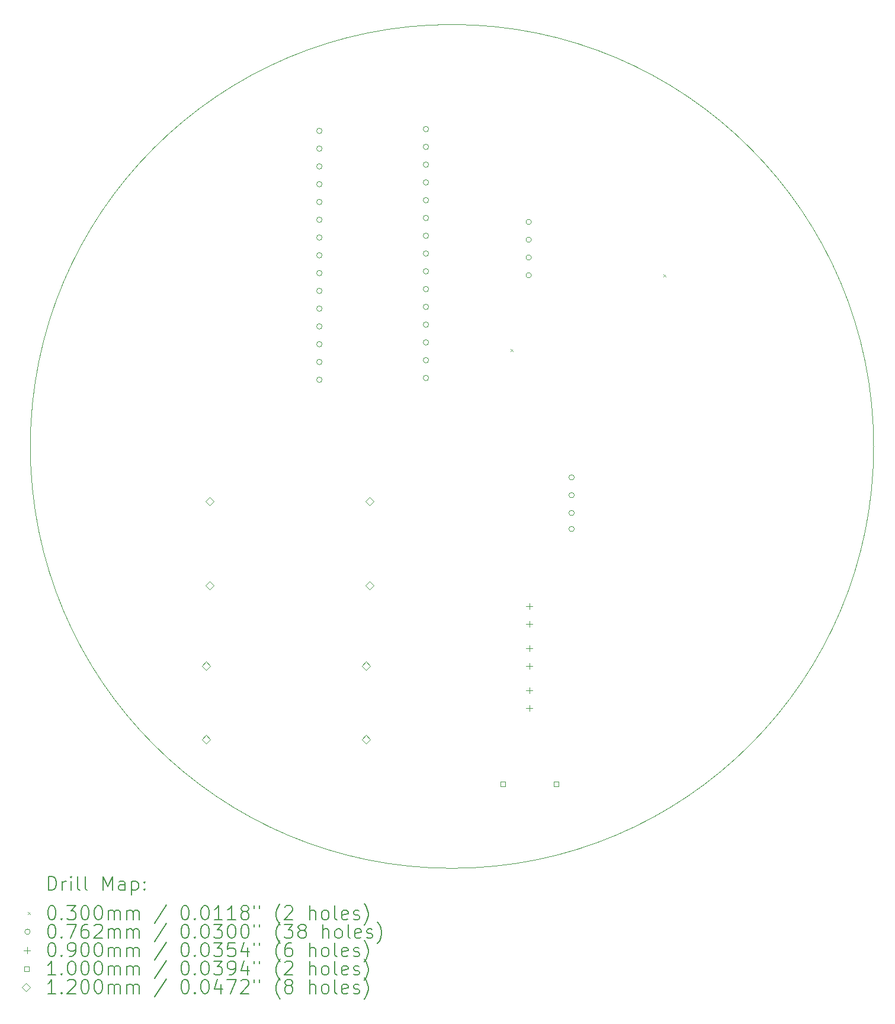
<source format=gbr>
%TF.GenerationSoftware,KiCad,Pcbnew,8.0.7*%
%TF.CreationDate,2024-12-23T22:21:44+05:30*%
%TF.ProjectId,PCB,5043422e-6b69-4636-9164-5f7063625858,rev?*%
%TF.SameCoordinates,Original*%
%TF.FileFunction,Drillmap*%
%TF.FilePolarity,Positive*%
%FSLAX45Y45*%
G04 Gerber Fmt 4.5, Leading zero omitted, Abs format (unit mm)*
G04 Created by KiCad (PCBNEW 8.0.7) date 2024-12-23 22:21:44*
%MOMM*%
%LPD*%
G01*
G04 APERTURE LIST*
%ADD10C,0.050000*%
%ADD11C,0.200000*%
%ADD12C,0.100000*%
%ADD13C,0.120000*%
G04 APERTURE END LIST*
D10*
X21250000Y-9350000D02*
G75*
G02*
X9194711Y-9350000I-6027645J0D01*
G01*
X9194711Y-9350000D02*
G75*
G02*
X21250000Y-9350000I6027645J0D01*
G01*
D11*
D12*
X16063200Y-7960600D02*
X16093200Y-7990600D01*
X16093200Y-7960600D02*
X16063200Y-7990600D01*
X18247600Y-6893800D02*
X18277600Y-6923800D01*
X18277600Y-6893800D02*
X18247600Y-6923800D01*
X13364100Y-4841400D02*
G75*
G02*
X13287900Y-4841400I-38100J0D01*
G01*
X13287900Y-4841400D02*
G75*
G02*
X13364100Y-4841400I38100J0D01*
G01*
X13364100Y-5095400D02*
G75*
G02*
X13287900Y-5095400I-38100J0D01*
G01*
X13287900Y-5095400D02*
G75*
G02*
X13364100Y-5095400I38100J0D01*
G01*
X13364100Y-5349400D02*
G75*
G02*
X13287900Y-5349400I-38100J0D01*
G01*
X13287900Y-5349400D02*
G75*
G02*
X13364100Y-5349400I38100J0D01*
G01*
X13364100Y-5603400D02*
G75*
G02*
X13287900Y-5603400I-38100J0D01*
G01*
X13287900Y-5603400D02*
G75*
G02*
X13364100Y-5603400I38100J0D01*
G01*
X13364100Y-5857400D02*
G75*
G02*
X13287900Y-5857400I-38100J0D01*
G01*
X13287900Y-5857400D02*
G75*
G02*
X13364100Y-5857400I38100J0D01*
G01*
X13364100Y-6111400D02*
G75*
G02*
X13287900Y-6111400I-38100J0D01*
G01*
X13287900Y-6111400D02*
G75*
G02*
X13364100Y-6111400I38100J0D01*
G01*
X13364100Y-6365400D02*
G75*
G02*
X13287900Y-6365400I-38100J0D01*
G01*
X13287900Y-6365400D02*
G75*
G02*
X13364100Y-6365400I38100J0D01*
G01*
X13364100Y-6619400D02*
G75*
G02*
X13287900Y-6619400I-38100J0D01*
G01*
X13287900Y-6619400D02*
G75*
G02*
X13364100Y-6619400I38100J0D01*
G01*
X13364100Y-6873400D02*
G75*
G02*
X13287900Y-6873400I-38100J0D01*
G01*
X13287900Y-6873400D02*
G75*
G02*
X13364100Y-6873400I38100J0D01*
G01*
X13364100Y-7127400D02*
G75*
G02*
X13287900Y-7127400I-38100J0D01*
G01*
X13287900Y-7127400D02*
G75*
G02*
X13364100Y-7127400I38100J0D01*
G01*
X13364100Y-7381400D02*
G75*
G02*
X13287900Y-7381400I-38100J0D01*
G01*
X13287900Y-7381400D02*
G75*
G02*
X13364100Y-7381400I38100J0D01*
G01*
X13364100Y-7635400D02*
G75*
G02*
X13287900Y-7635400I-38100J0D01*
G01*
X13287900Y-7635400D02*
G75*
G02*
X13364100Y-7635400I38100J0D01*
G01*
X13364100Y-7889400D02*
G75*
G02*
X13287900Y-7889400I-38100J0D01*
G01*
X13287900Y-7889400D02*
G75*
G02*
X13364100Y-7889400I38100J0D01*
G01*
X13364100Y-8143400D02*
G75*
G02*
X13287900Y-8143400I-38100J0D01*
G01*
X13287900Y-8143400D02*
G75*
G02*
X13364100Y-8143400I38100J0D01*
G01*
X13364100Y-8397400D02*
G75*
G02*
X13287900Y-8397400I-38100J0D01*
G01*
X13287900Y-8397400D02*
G75*
G02*
X13364100Y-8397400I38100J0D01*
G01*
X14888100Y-4816000D02*
G75*
G02*
X14811900Y-4816000I-38100J0D01*
G01*
X14811900Y-4816000D02*
G75*
G02*
X14888100Y-4816000I38100J0D01*
G01*
X14888100Y-5070000D02*
G75*
G02*
X14811900Y-5070000I-38100J0D01*
G01*
X14811900Y-5070000D02*
G75*
G02*
X14888100Y-5070000I38100J0D01*
G01*
X14888100Y-5324000D02*
G75*
G02*
X14811900Y-5324000I-38100J0D01*
G01*
X14811900Y-5324000D02*
G75*
G02*
X14888100Y-5324000I38100J0D01*
G01*
X14888100Y-5578000D02*
G75*
G02*
X14811900Y-5578000I-38100J0D01*
G01*
X14811900Y-5578000D02*
G75*
G02*
X14888100Y-5578000I38100J0D01*
G01*
X14888100Y-5832000D02*
G75*
G02*
X14811900Y-5832000I-38100J0D01*
G01*
X14811900Y-5832000D02*
G75*
G02*
X14888100Y-5832000I38100J0D01*
G01*
X14888100Y-6086000D02*
G75*
G02*
X14811900Y-6086000I-38100J0D01*
G01*
X14811900Y-6086000D02*
G75*
G02*
X14888100Y-6086000I38100J0D01*
G01*
X14888100Y-6340000D02*
G75*
G02*
X14811900Y-6340000I-38100J0D01*
G01*
X14811900Y-6340000D02*
G75*
G02*
X14888100Y-6340000I38100J0D01*
G01*
X14888100Y-6594000D02*
G75*
G02*
X14811900Y-6594000I-38100J0D01*
G01*
X14811900Y-6594000D02*
G75*
G02*
X14888100Y-6594000I38100J0D01*
G01*
X14888100Y-6848000D02*
G75*
G02*
X14811900Y-6848000I-38100J0D01*
G01*
X14811900Y-6848000D02*
G75*
G02*
X14888100Y-6848000I38100J0D01*
G01*
X14888100Y-7102000D02*
G75*
G02*
X14811900Y-7102000I-38100J0D01*
G01*
X14811900Y-7102000D02*
G75*
G02*
X14888100Y-7102000I38100J0D01*
G01*
X14888100Y-7356000D02*
G75*
G02*
X14811900Y-7356000I-38100J0D01*
G01*
X14811900Y-7356000D02*
G75*
G02*
X14888100Y-7356000I38100J0D01*
G01*
X14888100Y-7610000D02*
G75*
G02*
X14811900Y-7610000I-38100J0D01*
G01*
X14811900Y-7610000D02*
G75*
G02*
X14888100Y-7610000I38100J0D01*
G01*
X14888100Y-7864000D02*
G75*
G02*
X14811900Y-7864000I-38100J0D01*
G01*
X14811900Y-7864000D02*
G75*
G02*
X14888100Y-7864000I38100J0D01*
G01*
X14888100Y-8118000D02*
G75*
G02*
X14811900Y-8118000I-38100J0D01*
G01*
X14811900Y-8118000D02*
G75*
G02*
X14888100Y-8118000I38100J0D01*
G01*
X14888100Y-8372000D02*
G75*
G02*
X14811900Y-8372000I-38100J0D01*
G01*
X14811900Y-8372000D02*
G75*
G02*
X14888100Y-8372000I38100J0D01*
G01*
X16357100Y-6142800D02*
G75*
G02*
X16280900Y-6142800I-38100J0D01*
G01*
X16280900Y-6142800D02*
G75*
G02*
X16357100Y-6142800I38100J0D01*
G01*
X16357100Y-6396800D02*
G75*
G02*
X16280900Y-6396800I-38100J0D01*
G01*
X16280900Y-6396800D02*
G75*
G02*
X16357100Y-6396800I38100J0D01*
G01*
X16357100Y-6650800D02*
G75*
G02*
X16280900Y-6650800I-38100J0D01*
G01*
X16280900Y-6650800D02*
G75*
G02*
X16357100Y-6650800I38100J0D01*
G01*
X16357100Y-6904800D02*
G75*
G02*
X16280900Y-6904800I-38100J0D01*
G01*
X16280900Y-6904800D02*
G75*
G02*
X16357100Y-6904800I38100J0D01*
G01*
X16969900Y-9792800D02*
G75*
G02*
X16893700Y-9792800I-38100J0D01*
G01*
X16893700Y-9792800D02*
G75*
G02*
X16969900Y-9792800I38100J0D01*
G01*
X16969900Y-10046800D02*
G75*
G02*
X16893700Y-10046800I-38100J0D01*
G01*
X16893700Y-10046800D02*
G75*
G02*
X16969900Y-10046800I38100J0D01*
G01*
X16969900Y-10300800D02*
G75*
G02*
X16893700Y-10300800I-38100J0D01*
G01*
X16893700Y-10300800D02*
G75*
G02*
X16969900Y-10300800I38100J0D01*
G01*
X16969900Y-10529400D02*
G75*
G02*
X16893700Y-10529400I-38100J0D01*
G01*
X16893700Y-10529400D02*
G75*
G02*
X16969900Y-10529400I38100J0D01*
G01*
X16328100Y-11588200D02*
X16328100Y-11678200D01*
X16283100Y-11633200D02*
X16373100Y-11633200D01*
X16328100Y-11842200D02*
X16328100Y-11932200D01*
X16283100Y-11887200D02*
X16373100Y-11887200D01*
X16328100Y-12189200D02*
X16328100Y-12279200D01*
X16283100Y-12234200D02*
X16373100Y-12234200D01*
X16328100Y-12443200D02*
X16328100Y-12533200D01*
X16283100Y-12488200D02*
X16373100Y-12488200D01*
X16328100Y-12790200D02*
X16328100Y-12880200D01*
X16283100Y-12835200D02*
X16373100Y-12835200D01*
X16328100Y-13044200D02*
X16328100Y-13134200D01*
X16283100Y-13089200D02*
X16373100Y-13089200D01*
X15987556Y-14208556D02*
X15987556Y-14137844D01*
X15916844Y-14137844D01*
X15916844Y-14208556D01*
X15987556Y-14208556D01*
X16747556Y-14208556D02*
X16747556Y-14137844D01*
X16676844Y-14137844D01*
X16676844Y-14208556D01*
X16747556Y-14208556D01*
D13*
X11710200Y-12544600D02*
X11770200Y-12484600D01*
X11710200Y-12424600D01*
X11650200Y-12484600D01*
X11710200Y-12544600D01*
X11710200Y-13594600D02*
X11770200Y-13534600D01*
X11710200Y-13474600D01*
X11650200Y-13534600D01*
X11710200Y-13594600D01*
X11760200Y-10194600D02*
X11820200Y-10134600D01*
X11760200Y-10074600D01*
X11700200Y-10134600D01*
X11760200Y-10194600D01*
X11760200Y-11394600D02*
X11820200Y-11334600D01*
X11760200Y-11274600D01*
X11700200Y-11334600D01*
X11760200Y-11394600D01*
X13996200Y-12544600D02*
X14056200Y-12484600D01*
X13996200Y-12424600D01*
X13936200Y-12484600D01*
X13996200Y-12544600D01*
X13996200Y-13594600D02*
X14056200Y-13534600D01*
X13996200Y-13474600D01*
X13936200Y-13534600D01*
X13996200Y-13594600D01*
X14046200Y-10194600D02*
X14106200Y-10134600D01*
X14046200Y-10074600D01*
X13986200Y-10134600D01*
X14046200Y-10194600D01*
X14046200Y-11394600D02*
X14106200Y-11334600D01*
X14046200Y-11274600D01*
X13986200Y-11334600D01*
X14046200Y-11394600D01*
D11*
X9452988Y-15691628D02*
X9452988Y-15491628D01*
X9452988Y-15491628D02*
X9500607Y-15491628D01*
X9500607Y-15491628D02*
X9529178Y-15501152D01*
X9529178Y-15501152D02*
X9548226Y-15520200D01*
X9548226Y-15520200D02*
X9557750Y-15539247D01*
X9557750Y-15539247D02*
X9567273Y-15577343D01*
X9567273Y-15577343D02*
X9567273Y-15605914D01*
X9567273Y-15605914D02*
X9557750Y-15644009D01*
X9557750Y-15644009D02*
X9548226Y-15663057D01*
X9548226Y-15663057D02*
X9529178Y-15682105D01*
X9529178Y-15682105D02*
X9500607Y-15691628D01*
X9500607Y-15691628D02*
X9452988Y-15691628D01*
X9652988Y-15691628D02*
X9652988Y-15558295D01*
X9652988Y-15596390D02*
X9662511Y-15577343D01*
X9662511Y-15577343D02*
X9672035Y-15567819D01*
X9672035Y-15567819D02*
X9691083Y-15558295D01*
X9691083Y-15558295D02*
X9710131Y-15558295D01*
X9776797Y-15691628D02*
X9776797Y-15558295D01*
X9776797Y-15491628D02*
X9767273Y-15501152D01*
X9767273Y-15501152D02*
X9776797Y-15510676D01*
X9776797Y-15510676D02*
X9786321Y-15501152D01*
X9786321Y-15501152D02*
X9776797Y-15491628D01*
X9776797Y-15491628D02*
X9776797Y-15510676D01*
X9900607Y-15691628D02*
X9881559Y-15682105D01*
X9881559Y-15682105D02*
X9872035Y-15663057D01*
X9872035Y-15663057D02*
X9872035Y-15491628D01*
X10005369Y-15691628D02*
X9986321Y-15682105D01*
X9986321Y-15682105D02*
X9976797Y-15663057D01*
X9976797Y-15663057D02*
X9976797Y-15491628D01*
X10233940Y-15691628D02*
X10233940Y-15491628D01*
X10233940Y-15491628D02*
X10300607Y-15634485D01*
X10300607Y-15634485D02*
X10367273Y-15491628D01*
X10367273Y-15491628D02*
X10367273Y-15691628D01*
X10548226Y-15691628D02*
X10548226Y-15586866D01*
X10548226Y-15586866D02*
X10538702Y-15567819D01*
X10538702Y-15567819D02*
X10519654Y-15558295D01*
X10519654Y-15558295D02*
X10481559Y-15558295D01*
X10481559Y-15558295D02*
X10462511Y-15567819D01*
X10548226Y-15682105D02*
X10529178Y-15691628D01*
X10529178Y-15691628D02*
X10481559Y-15691628D01*
X10481559Y-15691628D02*
X10462511Y-15682105D01*
X10462511Y-15682105D02*
X10452988Y-15663057D01*
X10452988Y-15663057D02*
X10452988Y-15644009D01*
X10452988Y-15644009D02*
X10462511Y-15624962D01*
X10462511Y-15624962D02*
X10481559Y-15615438D01*
X10481559Y-15615438D02*
X10529178Y-15615438D01*
X10529178Y-15615438D02*
X10548226Y-15605914D01*
X10643464Y-15558295D02*
X10643464Y-15758295D01*
X10643464Y-15567819D02*
X10662511Y-15558295D01*
X10662511Y-15558295D02*
X10700607Y-15558295D01*
X10700607Y-15558295D02*
X10719654Y-15567819D01*
X10719654Y-15567819D02*
X10729178Y-15577343D01*
X10729178Y-15577343D02*
X10738702Y-15596390D01*
X10738702Y-15596390D02*
X10738702Y-15653533D01*
X10738702Y-15653533D02*
X10729178Y-15672581D01*
X10729178Y-15672581D02*
X10719654Y-15682105D01*
X10719654Y-15682105D02*
X10700607Y-15691628D01*
X10700607Y-15691628D02*
X10662511Y-15691628D01*
X10662511Y-15691628D02*
X10643464Y-15682105D01*
X10824416Y-15672581D02*
X10833940Y-15682105D01*
X10833940Y-15682105D02*
X10824416Y-15691628D01*
X10824416Y-15691628D02*
X10814892Y-15682105D01*
X10814892Y-15682105D02*
X10824416Y-15672581D01*
X10824416Y-15672581D02*
X10824416Y-15691628D01*
X10824416Y-15567819D02*
X10833940Y-15577343D01*
X10833940Y-15577343D02*
X10824416Y-15586866D01*
X10824416Y-15586866D02*
X10814892Y-15577343D01*
X10814892Y-15577343D02*
X10824416Y-15567819D01*
X10824416Y-15567819D02*
X10824416Y-15586866D01*
D12*
X9162211Y-16005145D02*
X9192211Y-16035145D01*
X9192211Y-16005145D02*
X9162211Y-16035145D01*
D11*
X9491083Y-15911628D02*
X9510131Y-15911628D01*
X9510131Y-15911628D02*
X9529178Y-15921152D01*
X9529178Y-15921152D02*
X9538702Y-15930676D01*
X9538702Y-15930676D02*
X9548226Y-15949724D01*
X9548226Y-15949724D02*
X9557750Y-15987819D01*
X9557750Y-15987819D02*
X9557750Y-16035438D01*
X9557750Y-16035438D02*
X9548226Y-16073533D01*
X9548226Y-16073533D02*
X9538702Y-16092581D01*
X9538702Y-16092581D02*
X9529178Y-16102105D01*
X9529178Y-16102105D02*
X9510131Y-16111628D01*
X9510131Y-16111628D02*
X9491083Y-16111628D01*
X9491083Y-16111628D02*
X9472035Y-16102105D01*
X9472035Y-16102105D02*
X9462511Y-16092581D01*
X9462511Y-16092581D02*
X9452988Y-16073533D01*
X9452988Y-16073533D02*
X9443464Y-16035438D01*
X9443464Y-16035438D02*
X9443464Y-15987819D01*
X9443464Y-15987819D02*
X9452988Y-15949724D01*
X9452988Y-15949724D02*
X9462511Y-15930676D01*
X9462511Y-15930676D02*
X9472035Y-15921152D01*
X9472035Y-15921152D02*
X9491083Y-15911628D01*
X9643464Y-16092581D02*
X9652988Y-16102105D01*
X9652988Y-16102105D02*
X9643464Y-16111628D01*
X9643464Y-16111628D02*
X9633940Y-16102105D01*
X9633940Y-16102105D02*
X9643464Y-16092581D01*
X9643464Y-16092581D02*
X9643464Y-16111628D01*
X9719654Y-15911628D02*
X9843464Y-15911628D01*
X9843464Y-15911628D02*
X9776797Y-15987819D01*
X9776797Y-15987819D02*
X9805369Y-15987819D01*
X9805369Y-15987819D02*
X9824416Y-15997343D01*
X9824416Y-15997343D02*
X9833940Y-16006866D01*
X9833940Y-16006866D02*
X9843464Y-16025914D01*
X9843464Y-16025914D02*
X9843464Y-16073533D01*
X9843464Y-16073533D02*
X9833940Y-16092581D01*
X9833940Y-16092581D02*
X9824416Y-16102105D01*
X9824416Y-16102105D02*
X9805369Y-16111628D01*
X9805369Y-16111628D02*
X9748226Y-16111628D01*
X9748226Y-16111628D02*
X9729178Y-16102105D01*
X9729178Y-16102105D02*
X9719654Y-16092581D01*
X9967273Y-15911628D02*
X9986321Y-15911628D01*
X9986321Y-15911628D02*
X10005369Y-15921152D01*
X10005369Y-15921152D02*
X10014892Y-15930676D01*
X10014892Y-15930676D02*
X10024416Y-15949724D01*
X10024416Y-15949724D02*
X10033940Y-15987819D01*
X10033940Y-15987819D02*
X10033940Y-16035438D01*
X10033940Y-16035438D02*
X10024416Y-16073533D01*
X10024416Y-16073533D02*
X10014892Y-16092581D01*
X10014892Y-16092581D02*
X10005369Y-16102105D01*
X10005369Y-16102105D02*
X9986321Y-16111628D01*
X9986321Y-16111628D02*
X9967273Y-16111628D01*
X9967273Y-16111628D02*
X9948226Y-16102105D01*
X9948226Y-16102105D02*
X9938702Y-16092581D01*
X9938702Y-16092581D02*
X9929178Y-16073533D01*
X9929178Y-16073533D02*
X9919654Y-16035438D01*
X9919654Y-16035438D02*
X9919654Y-15987819D01*
X9919654Y-15987819D02*
X9929178Y-15949724D01*
X9929178Y-15949724D02*
X9938702Y-15930676D01*
X9938702Y-15930676D02*
X9948226Y-15921152D01*
X9948226Y-15921152D02*
X9967273Y-15911628D01*
X10157750Y-15911628D02*
X10176797Y-15911628D01*
X10176797Y-15911628D02*
X10195845Y-15921152D01*
X10195845Y-15921152D02*
X10205369Y-15930676D01*
X10205369Y-15930676D02*
X10214892Y-15949724D01*
X10214892Y-15949724D02*
X10224416Y-15987819D01*
X10224416Y-15987819D02*
X10224416Y-16035438D01*
X10224416Y-16035438D02*
X10214892Y-16073533D01*
X10214892Y-16073533D02*
X10205369Y-16092581D01*
X10205369Y-16092581D02*
X10195845Y-16102105D01*
X10195845Y-16102105D02*
X10176797Y-16111628D01*
X10176797Y-16111628D02*
X10157750Y-16111628D01*
X10157750Y-16111628D02*
X10138702Y-16102105D01*
X10138702Y-16102105D02*
X10129178Y-16092581D01*
X10129178Y-16092581D02*
X10119654Y-16073533D01*
X10119654Y-16073533D02*
X10110131Y-16035438D01*
X10110131Y-16035438D02*
X10110131Y-15987819D01*
X10110131Y-15987819D02*
X10119654Y-15949724D01*
X10119654Y-15949724D02*
X10129178Y-15930676D01*
X10129178Y-15930676D02*
X10138702Y-15921152D01*
X10138702Y-15921152D02*
X10157750Y-15911628D01*
X10310131Y-16111628D02*
X10310131Y-15978295D01*
X10310131Y-15997343D02*
X10319654Y-15987819D01*
X10319654Y-15987819D02*
X10338702Y-15978295D01*
X10338702Y-15978295D02*
X10367273Y-15978295D01*
X10367273Y-15978295D02*
X10386321Y-15987819D01*
X10386321Y-15987819D02*
X10395845Y-16006866D01*
X10395845Y-16006866D02*
X10395845Y-16111628D01*
X10395845Y-16006866D02*
X10405369Y-15987819D01*
X10405369Y-15987819D02*
X10424416Y-15978295D01*
X10424416Y-15978295D02*
X10452988Y-15978295D01*
X10452988Y-15978295D02*
X10472035Y-15987819D01*
X10472035Y-15987819D02*
X10481559Y-16006866D01*
X10481559Y-16006866D02*
X10481559Y-16111628D01*
X10576797Y-16111628D02*
X10576797Y-15978295D01*
X10576797Y-15997343D02*
X10586321Y-15987819D01*
X10586321Y-15987819D02*
X10605369Y-15978295D01*
X10605369Y-15978295D02*
X10633940Y-15978295D01*
X10633940Y-15978295D02*
X10652988Y-15987819D01*
X10652988Y-15987819D02*
X10662512Y-16006866D01*
X10662512Y-16006866D02*
X10662512Y-16111628D01*
X10662512Y-16006866D02*
X10672035Y-15987819D01*
X10672035Y-15987819D02*
X10691083Y-15978295D01*
X10691083Y-15978295D02*
X10719654Y-15978295D01*
X10719654Y-15978295D02*
X10738702Y-15987819D01*
X10738702Y-15987819D02*
X10748226Y-16006866D01*
X10748226Y-16006866D02*
X10748226Y-16111628D01*
X11138702Y-15902105D02*
X10967274Y-16159247D01*
X11395845Y-15911628D02*
X11414893Y-15911628D01*
X11414893Y-15911628D02*
X11433940Y-15921152D01*
X11433940Y-15921152D02*
X11443464Y-15930676D01*
X11443464Y-15930676D02*
X11452988Y-15949724D01*
X11452988Y-15949724D02*
X11462512Y-15987819D01*
X11462512Y-15987819D02*
X11462512Y-16035438D01*
X11462512Y-16035438D02*
X11452988Y-16073533D01*
X11452988Y-16073533D02*
X11443464Y-16092581D01*
X11443464Y-16092581D02*
X11433940Y-16102105D01*
X11433940Y-16102105D02*
X11414893Y-16111628D01*
X11414893Y-16111628D02*
X11395845Y-16111628D01*
X11395845Y-16111628D02*
X11376797Y-16102105D01*
X11376797Y-16102105D02*
X11367273Y-16092581D01*
X11367273Y-16092581D02*
X11357750Y-16073533D01*
X11357750Y-16073533D02*
X11348226Y-16035438D01*
X11348226Y-16035438D02*
X11348226Y-15987819D01*
X11348226Y-15987819D02*
X11357750Y-15949724D01*
X11357750Y-15949724D02*
X11367273Y-15930676D01*
X11367273Y-15930676D02*
X11376797Y-15921152D01*
X11376797Y-15921152D02*
X11395845Y-15911628D01*
X11548226Y-16092581D02*
X11557750Y-16102105D01*
X11557750Y-16102105D02*
X11548226Y-16111628D01*
X11548226Y-16111628D02*
X11538702Y-16102105D01*
X11538702Y-16102105D02*
X11548226Y-16092581D01*
X11548226Y-16092581D02*
X11548226Y-16111628D01*
X11681559Y-15911628D02*
X11700607Y-15911628D01*
X11700607Y-15911628D02*
X11719654Y-15921152D01*
X11719654Y-15921152D02*
X11729178Y-15930676D01*
X11729178Y-15930676D02*
X11738702Y-15949724D01*
X11738702Y-15949724D02*
X11748226Y-15987819D01*
X11748226Y-15987819D02*
X11748226Y-16035438D01*
X11748226Y-16035438D02*
X11738702Y-16073533D01*
X11738702Y-16073533D02*
X11729178Y-16092581D01*
X11729178Y-16092581D02*
X11719654Y-16102105D01*
X11719654Y-16102105D02*
X11700607Y-16111628D01*
X11700607Y-16111628D02*
X11681559Y-16111628D01*
X11681559Y-16111628D02*
X11662512Y-16102105D01*
X11662512Y-16102105D02*
X11652988Y-16092581D01*
X11652988Y-16092581D02*
X11643464Y-16073533D01*
X11643464Y-16073533D02*
X11633940Y-16035438D01*
X11633940Y-16035438D02*
X11633940Y-15987819D01*
X11633940Y-15987819D02*
X11643464Y-15949724D01*
X11643464Y-15949724D02*
X11652988Y-15930676D01*
X11652988Y-15930676D02*
X11662512Y-15921152D01*
X11662512Y-15921152D02*
X11681559Y-15911628D01*
X11938702Y-16111628D02*
X11824416Y-16111628D01*
X11881559Y-16111628D02*
X11881559Y-15911628D01*
X11881559Y-15911628D02*
X11862512Y-15940200D01*
X11862512Y-15940200D02*
X11843464Y-15959247D01*
X11843464Y-15959247D02*
X11824416Y-15968771D01*
X12129178Y-16111628D02*
X12014893Y-16111628D01*
X12072035Y-16111628D02*
X12072035Y-15911628D01*
X12072035Y-15911628D02*
X12052988Y-15940200D01*
X12052988Y-15940200D02*
X12033940Y-15959247D01*
X12033940Y-15959247D02*
X12014893Y-15968771D01*
X12243464Y-15997343D02*
X12224416Y-15987819D01*
X12224416Y-15987819D02*
X12214893Y-15978295D01*
X12214893Y-15978295D02*
X12205369Y-15959247D01*
X12205369Y-15959247D02*
X12205369Y-15949724D01*
X12205369Y-15949724D02*
X12214893Y-15930676D01*
X12214893Y-15930676D02*
X12224416Y-15921152D01*
X12224416Y-15921152D02*
X12243464Y-15911628D01*
X12243464Y-15911628D02*
X12281559Y-15911628D01*
X12281559Y-15911628D02*
X12300607Y-15921152D01*
X12300607Y-15921152D02*
X12310131Y-15930676D01*
X12310131Y-15930676D02*
X12319654Y-15949724D01*
X12319654Y-15949724D02*
X12319654Y-15959247D01*
X12319654Y-15959247D02*
X12310131Y-15978295D01*
X12310131Y-15978295D02*
X12300607Y-15987819D01*
X12300607Y-15987819D02*
X12281559Y-15997343D01*
X12281559Y-15997343D02*
X12243464Y-15997343D01*
X12243464Y-15997343D02*
X12224416Y-16006866D01*
X12224416Y-16006866D02*
X12214893Y-16016390D01*
X12214893Y-16016390D02*
X12205369Y-16035438D01*
X12205369Y-16035438D02*
X12205369Y-16073533D01*
X12205369Y-16073533D02*
X12214893Y-16092581D01*
X12214893Y-16092581D02*
X12224416Y-16102105D01*
X12224416Y-16102105D02*
X12243464Y-16111628D01*
X12243464Y-16111628D02*
X12281559Y-16111628D01*
X12281559Y-16111628D02*
X12300607Y-16102105D01*
X12300607Y-16102105D02*
X12310131Y-16092581D01*
X12310131Y-16092581D02*
X12319654Y-16073533D01*
X12319654Y-16073533D02*
X12319654Y-16035438D01*
X12319654Y-16035438D02*
X12310131Y-16016390D01*
X12310131Y-16016390D02*
X12300607Y-16006866D01*
X12300607Y-16006866D02*
X12281559Y-15997343D01*
X12395845Y-15911628D02*
X12395845Y-15949724D01*
X12472035Y-15911628D02*
X12472035Y-15949724D01*
X12767274Y-16187819D02*
X12757750Y-16178295D01*
X12757750Y-16178295D02*
X12738702Y-16149724D01*
X12738702Y-16149724D02*
X12729178Y-16130676D01*
X12729178Y-16130676D02*
X12719655Y-16102105D01*
X12719655Y-16102105D02*
X12710131Y-16054485D01*
X12710131Y-16054485D02*
X12710131Y-16016390D01*
X12710131Y-16016390D02*
X12719655Y-15968771D01*
X12719655Y-15968771D02*
X12729178Y-15940200D01*
X12729178Y-15940200D02*
X12738702Y-15921152D01*
X12738702Y-15921152D02*
X12757750Y-15892581D01*
X12757750Y-15892581D02*
X12767274Y-15883057D01*
X12833940Y-15930676D02*
X12843464Y-15921152D01*
X12843464Y-15921152D02*
X12862512Y-15911628D01*
X12862512Y-15911628D02*
X12910131Y-15911628D01*
X12910131Y-15911628D02*
X12929178Y-15921152D01*
X12929178Y-15921152D02*
X12938702Y-15930676D01*
X12938702Y-15930676D02*
X12948226Y-15949724D01*
X12948226Y-15949724D02*
X12948226Y-15968771D01*
X12948226Y-15968771D02*
X12938702Y-15997343D01*
X12938702Y-15997343D02*
X12824416Y-16111628D01*
X12824416Y-16111628D02*
X12948226Y-16111628D01*
X13186321Y-16111628D02*
X13186321Y-15911628D01*
X13272036Y-16111628D02*
X13272036Y-16006866D01*
X13272036Y-16006866D02*
X13262512Y-15987819D01*
X13262512Y-15987819D02*
X13243464Y-15978295D01*
X13243464Y-15978295D02*
X13214893Y-15978295D01*
X13214893Y-15978295D02*
X13195845Y-15987819D01*
X13195845Y-15987819D02*
X13186321Y-15997343D01*
X13395845Y-16111628D02*
X13376797Y-16102105D01*
X13376797Y-16102105D02*
X13367274Y-16092581D01*
X13367274Y-16092581D02*
X13357750Y-16073533D01*
X13357750Y-16073533D02*
X13357750Y-16016390D01*
X13357750Y-16016390D02*
X13367274Y-15997343D01*
X13367274Y-15997343D02*
X13376797Y-15987819D01*
X13376797Y-15987819D02*
X13395845Y-15978295D01*
X13395845Y-15978295D02*
X13424417Y-15978295D01*
X13424417Y-15978295D02*
X13443464Y-15987819D01*
X13443464Y-15987819D02*
X13452988Y-15997343D01*
X13452988Y-15997343D02*
X13462512Y-16016390D01*
X13462512Y-16016390D02*
X13462512Y-16073533D01*
X13462512Y-16073533D02*
X13452988Y-16092581D01*
X13452988Y-16092581D02*
X13443464Y-16102105D01*
X13443464Y-16102105D02*
X13424417Y-16111628D01*
X13424417Y-16111628D02*
X13395845Y-16111628D01*
X13576797Y-16111628D02*
X13557750Y-16102105D01*
X13557750Y-16102105D02*
X13548226Y-16083057D01*
X13548226Y-16083057D02*
X13548226Y-15911628D01*
X13729178Y-16102105D02*
X13710131Y-16111628D01*
X13710131Y-16111628D02*
X13672036Y-16111628D01*
X13672036Y-16111628D02*
X13652988Y-16102105D01*
X13652988Y-16102105D02*
X13643464Y-16083057D01*
X13643464Y-16083057D02*
X13643464Y-16006866D01*
X13643464Y-16006866D02*
X13652988Y-15987819D01*
X13652988Y-15987819D02*
X13672036Y-15978295D01*
X13672036Y-15978295D02*
X13710131Y-15978295D01*
X13710131Y-15978295D02*
X13729178Y-15987819D01*
X13729178Y-15987819D02*
X13738702Y-16006866D01*
X13738702Y-16006866D02*
X13738702Y-16025914D01*
X13738702Y-16025914D02*
X13643464Y-16044962D01*
X13814893Y-16102105D02*
X13833940Y-16111628D01*
X13833940Y-16111628D02*
X13872036Y-16111628D01*
X13872036Y-16111628D02*
X13891083Y-16102105D01*
X13891083Y-16102105D02*
X13900607Y-16083057D01*
X13900607Y-16083057D02*
X13900607Y-16073533D01*
X13900607Y-16073533D02*
X13891083Y-16054485D01*
X13891083Y-16054485D02*
X13872036Y-16044962D01*
X13872036Y-16044962D02*
X13843464Y-16044962D01*
X13843464Y-16044962D02*
X13824417Y-16035438D01*
X13824417Y-16035438D02*
X13814893Y-16016390D01*
X13814893Y-16016390D02*
X13814893Y-16006866D01*
X13814893Y-16006866D02*
X13824417Y-15987819D01*
X13824417Y-15987819D02*
X13843464Y-15978295D01*
X13843464Y-15978295D02*
X13872036Y-15978295D01*
X13872036Y-15978295D02*
X13891083Y-15987819D01*
X13967274Y-16187819D02*
X13976798Y-16178295D01*
X13976798Y-16178295D02*
X13995845Y-16149724D01*
X13995845Y-16149724D02*
X14005369Y-16130676D01*
X14005369Y-16130676D02*
X14014893Y-16102105D01*
X14014893Y-16102105D02*
X14024417Y-16054485D01*
X14024417Y-16054485D02*
X14024417Y-16016390D01*
X14024417Y-16016390D02*
X14014893Y-15968771D01*
X14014893Y-15968771D02*
X14005369Y-15940200D01*
X14005369Y-15940200D02*
X13995845Y-15921152D01*
X13995845Y-15921152D02*
X13976798Y-15892581D01*
X13976798Y-15892581D02*
X13967274Y-15883057D01*
D12*
X9192211Y-16284145D02*
G75*
G02*
X9116011Y-16284145I-38100J0D01*
G01*
X9116011Y-16284145D02*
G75*
G02*
X9192211Y-16284145I38100J0D01*
G01*
D11*
X9491083Y-16175628D02*
X9510131Y-16175628D01*
X9510131Y-16175628D02*
X9529178Y-16185152D01*
X9529178Y-16185152D02*
X9538702Y-16194676D01*
X9538702Y-16194676D02*
X9548226Y-16213724D01*
X9548226Y-16213724D02*
X9557750Y-16251819D01*
X9557750Y-16251819D02*
X9557750Y-16299438D01*
X9557750Y-16299438D02*
X9548226Y-16337533D01*
X9548226Y-16337533D02*
X9538702Y-16356581D01*
X9538702Y-16356581D02*
X9529178Y-16366105D01*
X9529178Y-16366105D02*
X9510131Y-16375628D01*
X9510131Y-16375628D02*
X9491083Y-16375628D01*
X9491083Y-16375628D02*
X9472035Y-16366105D01*
X9472035Y-16366105D02*
X9462511Y-16356581D01*
X9462511Y-16356581D02*
X9452988Y-16337533D01*
X9452988Y-16337533D02*
X9443464Y-16299438D01*
X9443464Y-16299438D02*
X9443464Y-16251819D01*
X9443464Y-16251819D02*
X9452988Y-16213724D01*
X9452988Y-16213724D02*
X9462511Y-16194676D01*
X9462511Y-16194676D02*
X9472035Y-16185152D01*
X9472035Y-16185152D02*
X9491083Y-16175628D01*
X9643464Y-16356581D02*
X9652988Y-16366105D01*
X9652988Y-16366105D02*
X9643464Y-16375628D01*
X9643464Y-16375628D02*
X9633940Y-16366105D01*
X9633940Y-16366105D02*
X9643464Y-16356581D01*
X9643464Y-16356581D02*
X9643464Y-16375628D01*
X9719654Y-16175628D02*
X9852988Y-16175628D01*
X9852988Y-16175628D02*
X9767273Y-16375628D01*
X10014892Y-16175628D02*
X9976797Y-16175628D01*
X9976797Y-16175628D02*
X9957750Y-16185152D01*
X9957750Y-16185152D02*
X9948226Y-16194676D01*
X9948226Y-16194676D02*
X9929178Y-16223247D01*
X9929178Y-16223247D02*
X9919654Y-16261343D01*
X9919654Y-16261343D02*
X9919654Y-16337533D01*
X9919654Y-16337533D02*
X9929178Y-16356581D01*
X9929178Y-16356581D02*
X9938702Y-16366105D01*
X9938702Y-16366105D02*
X9957750Y-16375628D01*
X9957750Y-16375628D02*
X9995845Y-16375628D01*
X9995845Y-16375628D02*
X10014892Y-16366105D01*
X10014892Y-16366105D02*
X10024416Y-16356581D01*
X10024416Y-16356581D02*
X10033940Y-16337533D01*
X10033940Y-16337533D02*
X10033940Y-16289914D01*
X10033940Y-16289914D02*
X10024416Y-16270866D01*
X10024416Y-16270866D02*
X10014892Y-16261343D01*
X10014892Y-16261343D02*
X9995845Y-16251819D01*
X9995845Y-16251819D02*
X9957750Y-16251819D01*
X9957750Y-16251819D02*
X9938702Y-16261343D01*
X9938702Y-16261343D02*
X9929178Y-16270866D01*
X9929178Y-16270866D02*
X9919654Y-16289914D01*
X10110131Y-16194676D02*
X10119654Y-16185152D01*
X10119654Y-16185152D02*
X10138702Y-16175628D01*
X10138702Y-16175628D02*
X10186321Y-16175628D01*
X10186321Y-16175628D02*
X10205369Y-16185152D01*
X10205369Y-16185152D02*
X10214892Y-16194676D01*
X10214892Y-16194676D02*
X10224416Y-16213724D01*
X10224416Y-16213724D02*
X10224416Y-16232771D01*
X10224416Y-16232771D02*
X10214892Y-16261343D01*
X10214892Y-16261343D02*
X10100607Y-16375628D01*
X10100607Y-16375628D02*
X10224416Y-16375628D01*
X10310131Y-16375628D02*
X10310131Y-16242295D01*
X10310131Y-16261343D02*
X10319654Y-16251819D01*
X10319654Y-16251819D02*
X10338702Y-16242295D01*
X10338702Y-16242295D02*
X10367273Y-16242295D01*
X10367273Y-16242295D02*
X10386321Y-16251819D01*
X10386321Y-16251819D02*
X10395845Y-16270866D01*
X10395845Y-16270866D02*
X10395845Y-16375628D01*
X10395845Y-16270866D02*
X10405369Y-16251819D01*
X10405369Y-16251819D02*
X10424416Y-16242295D01*
X10424416Y-16242295D02*
X10452988Y-16242295D01*
X10452988Y-16242295D02*
X10472035Y-16251819D01*
X10472035Y-16251819D02*
X10481559Y-16270866D01*
X10481559Y-16270866D02*
X10481559Y-16375628D01*
X10576797Y-16375628D02*
X10576797Y-16242295D01*
X10576797Y-16261343D02*
X10586321Y-16251819D01*
X10586321Y-16251819D02*
X10605369Y-16242295D01*
X10605369Y-16242295D02*
X10633940Y-16242295D01*
X10633940Y-16242295D02*
X10652988Y-16251819D01*
X10652988Y-16251819D02*
X10662512Y-16270866D01*
X10662512Y-16270866D02*
X10662512Y-16375628D01*
X10662512Y-16270866D02*
X10672035Y-16251819D01*
X10672035Y-16251819D02*
X10691083Y-16242295D01*
X10691083Y-16242295D02*
X10719654Y-16242295D01*
X10719654Y-16242295D02*
X10738702Y-16251819D01*
X10738702Y-16251819D02*
X10748226Y-16270866D01*
X10748226Y-16270866D02*
X10748226Y-16375628D01*
X11138702Y-16166105D02*
X10967274Y-16423247D01*
X11395845Y-16175628D02*
X11414893Y-16175628D01*
X11414893Y-16175628D02*
X11433940Y-16185152D01*
X11433940Y-16185152D02*
X11443464Y-16194676D01*
X11443464Y-16194676D02*
X11452988Y-16213724D01*
X11452988Y-16213724D02*
X11462512Y-16251819D01*
X11462512Y-16251819D02*
X11462512Y-16299438D01*
X11462512Y-16299438D02*
X11452988Y-16337533D01*
X11452988Y-16337533D02*
X11443464Y-16356581D01*
X11443464Y-16356581D02*
X11433940Y-16366105D01*
X11433940Y-16366105D02*
X11414893Y-16375628D01*
X11414893Y-16375628D02*
X11395845Y-16375628D01*
X11395845Y-16375628D02*
X11376797Y-16366105D01*
X11376797Y-16366105D02*
X11367273Y-16356581D01*
X11367273Y-16356581D02*
X11357750Y-16337533D01*
X11357750Y-16337533D02*
X11348226Y-16299438D01*
X11348226Y-16299438D02*
X11348226Y-16251819D01*
X11348226Y-16251819D02*
X11357750Y-16213724D01*
X11357750Y-16213724D02*
X11367273Y-16194676D01*
X11367273Y-16194676D02*
X11376797Y-16185152D01*
X11376797Y-16185152D02*
X11395845Y-16175628D01*
X11548226Y-16356581D02*
X11557750Y-16366105D01*
X11557750Y-16366105D02*
X11548226Y-16375628D01*
X11548226Y-16375628D02*
X11538702Y-16366105D01*
X11538702Y-16366105D02*
X11548226Y-16356581D01*
X11548226Y-16356581D02*
X11548226Y-16375628D01*
X11681559Y-16175628D02*
X11700607Y-16175628D01*
X11700607Y-16175628D02*
X11719654Y-16185152D01*
X11719654Y-16185152D02*
X11729178Y-16194676D01*
X11729178Y-16194676D02*
X11738702Y-16213724D01*
X11738702Y-16213724D02*
X11748226Y-16251819D01*
X11748226Y-16251819D02*
X11748226Y-16299438D01*
X11748226Y-16299438D02*
X11738702Y-16337533D01*
X11738702Y-16337533D02*
X11729178Y-16356581D01*
X11729178Y-16356581D02*
X11719654Y-16366105D01*
X11719654Y-16366105D02*
X11700607Y-16375628D01*
X11700607Y-16375628D02*
X11681559Y-16375628D01*
X11681559Y-16375628D02*
X11662512Y-16366105D01*
X11662512Y-16366105D02*
X11652988Y-16356581D01*
X11652988Y-16356581D02*
X11643464Y-16337533D01*
X11643464Y-16337533D02*
X11633940Y-16299438D01*
X11633940Y-16299438D02*
X11633940Y-16251819D01*
X11633940Y-16251819D02*
X11643464Y-16213724D01*
X11643464Y-16213724D02*
X11652988Y-16194676D01*
X11652988Y-16194676D02*
X11662512Y-16185152D01*
X11662512Y-16185152D02*
X11681559Y-16175628D01*
X11814893Y-16175628D02*
X11938702Y-16175628D01*
X11938702Y-16175628D02*
X11872035Y-16251819D01*
X11872035Y-16251819D02*
X11900607Y-16251819D01*
X11900607Y-16251819D02*
X11919654Y-16261343D01*
X11919654Y-16261343D02*
X11929178Y-16270866D01*
X11929178Y-16270866D02*
X11938702Y-16289914D01*
X11938702Y-16289914D02*
X11938702Y-16337533D01*
X11938702Y-16337533D02*
X11929178Y-16356581D01*
X11929178Y-16356581D02*
X11919654Y-16366105D01*
X11919654Y-16366105D02*
X11900607Y-16375628D01*
X11900607Y-16375628D02*
X11843464Y-16375628D01*
X11843464Y-16375628D02*
X11824416Y-16366105D01*
X11824416Y-16366105D02*
X11814893Y-16356581D01*
X12062512Y-16175628D02*
X12081559Y-16175628D01*
X12081559Y-16175628D02*
X12100607Y-16185152D01*
X12100607Y-16185152D02*
X12110131Y-16194676D01*
X12110131Y-16194676D02*
X12119654Y-16213724D01*
X12119654Y-16213724D02*
X12129178Y-16251819D01*
X12129178Y-16251819D02*
X12129178Y-16299438D01*
X12129178Y-16299438D02*
X12119654Y-16337533D01*
X12119654Y-16337533D02*
X12110131Y-16356581D01*
X12110131Y-16356581D02*
X12100607Y-16366105D01*
X12100607Y-16366105D02*
X12081559Y-16375628D01*
X12081559Y-16375628D02*
X12062512Y-16375628D01*
X12062512Y-16375628D02*
X12043464Y-16366105D01*
X12043464Y-16366105D02*
X12033940Y-16356581D01*
X12033940Y-16356581D02*
X12024416Y-16337533D01*
X12024416Y-16337533D02*
X12014893Y-16299438D01*
X12014893Y-16299438D02*
X12014893Y-16251819D01*
X12014893Y-16251819D02*
X12024416Y-16213724D01*
X12024416Y-16213724D02*
X12033940Y-16194676D01*
X12033940Y-16194676D02*
X12043464Y-16185152D01*
X12043464Y-16185152D02*
X12062512Y-16175628D01*
X12252988Y-16175628D02*
X12272035Y-16175628D01*
X12272035Y-16175628D02*
X12291083Y-16185152D01*
X12291083Y-16185152D02*
X12300607Y-16194676D01*
X12300607Y-16194676D02*
X12310131Y-16213724D01*
X12310131Y-16213724D02*
X12319654Y-16251819D01*
X12319654Y-16251819D02*
X12319654Y-16299438D01*
X12319654Y-16299438D02*
X12310131Y-16337533D01*
X12310131Y-16337533D02*
X12300607Y-16356581D01*
X12300607Y-16356581D02*
X12291083Y-16366105D01*
X12291083Y-16366105D02*
X12272035Y-16375628D01*
X12272035Y-16375628D02*
X12252988Y-16375628D01*
X12252988Y-16375628D02*
X12233940Y-16366105D01*
X12233940Y-16366105D02*
X12224416Y-16356581D01*
X12224416Y-16356581D02*
X12214893Y-16337533D01*
X12214893Y-16337533D02*
X12205369Y-16299438D01*
X12205369Y-16299438D02*
X12205369Y-16251819D01*
X12205369Y-16251819D02*
X12214893Y-16213724D01*
X12214893Y-16213724D02*
X12224416Y-16194676D01*
X12224416Y-16194676D02*
X12233940Y-16185152D01*
X12233940Y-16185152D02*
X12252988Y-16175628D01*
X12395845Y-16175628D02*
X12395845Y-16213724D01*
X12472035Y-16175628D02*
X12472035Y-16213724D01*
X12767274Y-16451819D02*
X12757750Y-16442295D01*
X12757750Y-16442295D02*
X12738702Y-16413724D01*
X12738702Y-16413724D02*
X12729178Y-16394676D01*
X12729178Y-16394676D02*
X12719655Y-16366105D01*
X12719655Y-16366105D02*
X12710131Y-16318485D01*
X12710131Y-16318485D02*
X12710131Y-16280390D01*
X12710131Y-16280390D02*
X12719655Y-16232771D01*
X12719655Y-16232771D02*
X12729178Y-16204200D01*
X12729178Y-16204200D02*
X12738702Y-16185152D01*
X12738702Y-16185152D02*
X12757750Y-16156581D01*
X12757750Y-16156581D02*
X12767274Y-16147057D01*
X12824416Y-16175628D02*
X12948226Y-16175628D01*
X12948226Y-16175628D02*
X12881559Y-16251819D01*
X12881559Y-16251819D02*
X12910131Y-16251819D01*
X12910131Y-16251819D02*
X12929178Y-16261343D01*
X12929178Y-16261343D02*
X12938702Y-16270866D01*
X12938702Y-16270866D02*
X12948226Y-16289914D01*
X12948226Y-16289914D02*
X12948226Y-16337533D01*
X12948226Y-16337533D02*
X12938702Y-16356581D01*
X12938702Y-16356581D02*
X12929178Y-16366105D01*
X12929178Y-16366105D02*
X12910131Y-16375628D01*
X12910131Y-16375628D02*
X12852988Y-16375628D01*
X12852988Y-16375628D02*
X12833940Y-16366105D01*
X12833940Y-16366105D02*
X12824416Y-16356581D01*
X13062512Y-16261343D02*
X13043464Y-16251819D01*
X13043464Y-16251819D02*
X13033940Y-16242295D01*
X13033940Y-16242295D02*
X13024416Y-16223247D01*
X13024416Y-16223247D02*
X13024416Y-16213724D01*
X13024416Y-16213724D02*
X13033940Y-16194676D01*
X13033940Y-16194676D02*
X13043464Y-16185152D01*
X13043464Y-16185152D02*
X13062512Y-16175628D01*
X13062512Y-16175628D02*
X13100607Y-16175628D01*
X13100607Y-16175628D02*
X13119655Y-16185152D01*
X13119655Y-16185152D02*
X13129178Y-16194676D01*
X13129178Y-16194676D02*
X13138702Y-16213724D01*
X13138702Y-16213724D02*
X13138702Y-16223247D01*
X13138702Y-16223247D02*
X13129178Y-16242295D01*
X13129178Y-16242295D02*
X13119655Y-16251819D01*
X13119655Y-16251819D02*
X13100607Y-16261343D01*
X13100607Y-16261343D02*
X13062512Y-16261343D01*
X13062512Y-16261343D02*
X13043464Y-16270866D01*
X13043464Y-16270866D02*
X13033940Y-16280390D01*
X13033940Y-16280390D02*
X13024416Y-16299438D01*
X13024416Y-16299438D02*
X13024416Y-16337533D01*
X13024416Y-16337533D02*
X13033940Y-16356581D01*
X13033940Y-16356581D02*
X13043464Y-16366105D01*
X13043464Y-16366105D02*
X13062512Y-16375628D01*
X13062512Y-16375628D02*
X13100607Y-16375628D01*
X13100607Y-16375628D02*
X13119655Y-16366105D01*
X13119655Y-16366105D02*
X13129178Y-16356581D01*
X13129178Y-16356581D02*
X13138702Y-16337533D01*
X13138702Y-16337533D02*
X13138702Y-16299438D01*
X13138702Y-16299438D02*
X13129178Y-16280390D01*
X13129178Y-16280390D02*
X13119655Y-16270866D01*
X13119655Y-16270866D02*
X13100607Y-16261343D01*
X13376797Y-16375628D02*
X13376797Y-16175628D01*
X13462512Y-16375628D02*
X13462512Y-16270866D01*
X13462512Y-16270866D02*
X13452988Y-16251819D01*
X13452988Y-16251819D02*
X13433940Y-16242295D01*
X13433940Y-16242295D02*
X13405369Y-16242295D01*
X13405369Y-16242295D02*
X13386321Y-16251819D01*
X13386321Y-16251819D02*
X13376797Y-16261343D01*
X13586321Y-16375628D02*
X13567274Y-16366105D01*
X13567274Y-16366105D02*
X13557750Y-16356581D01*
X13557750Y-16356581D02*
X13548226Y-16337533D01*
X13548226Y-16337533D02*
X13548226Y-16280390D01*
X13548226Y-16280390D02*
X13557750Y-16261343D01*
X13557750Y-16261343D02*
X13567274Y-16251819D01*
X13567274Y-16251819D02*
X13586321Y-16242295D01*
X13586321Y-16242295D02*
X13614893Y-16242295D01*
X13614893Y-16242295D02*
X13633940Y-16251819D01*
X13633940Y-16251819D02*
X13643464Y-16261343D01*
X13643464Y-16261343D02*
X13652988Y-16280390D01*
X13652988Y-16280390D02*
X13652988Y-16337533D01*
X13652988Y-16337533D02*
X13643464Y-16356581D01*
X13643464Y-16356581D02*
X13633940Y-16366105D01*
X13633940Y-16366105D02*
X13614893Y-16375628D01*
X13614893Y-16375628D02*
X13586321Y-16375628D01*
X13767274Y-16375628D02*
X13748226Y-16366105D01*
X13748226Y-16366105D02*
X13738702Y-16347057D01*
X13738702Y-16347057D02*
X13738702Y-16175628D01*
X13919655Y-16366105D02*
X13900607Y-16375628D01*
X13900607Y-16375628D02*
X13862512Y-16375628D01*
X13862512Y-16375628D02*
X13843464Y-16366105D01*
X13843464Y-16366105D02*
X13833940Y-16347057D01*
X13833940Y-16347057D02*
X13833940Y-16270866D01*
X13833940Y-16270866D02*
X13843464Y-16251819D01*
X13843464Y-16251819D02*
X13862512Y-16242295D01*
X13862512Y-16242295D02*
X13900607Y-16242295D01*
X13900607Y-16242295D02*
X13919655Y-16251819D01*
X13919655Y-16251819D02*
X13929178Y-16270866D01*
X13929178Y-16270866D02*
X13929178Y-16289914D01*
X13929178Y-16289914D02*
X13833940Y-16308962D01*
X14005369Y-16366105D02*
X14024417Y-16375628D01*
X14024417Y-16375628D02*
X14062512Y-16375628D01*
X14062512Y-16375628D02*
X14081559Y-16366105D01*
X14081559Y-16366105D02*
X14091083Y-16347057D01*
X14091083Y-16347057D02*
X14091083Y-16337533D01*
X14091083Y-16337533D02*
X14081559Y-16318485D01*
X14081559Y-16318485D02*
X14062512Y-16308962D01*
X14062512Y-16308962D02*
X14033940Y-16308962D01*
X14033940Y-16308962D02*
X14014893Y-16299438D01*
X14014893Y-16299438D02*
X14005369Y-16280390D01*
X14005369Y-16280390D02*
X14005369Y-16270866D01*
X14005369Y-16270866D02*
X14014893Y-16251819D01*
X14014893Y-16251819D02*
X14033940Y-16242295D01*
X14033940Y-16242295D02*
X14062512Y-16242295D01*
X14062512Y-16242295D02*
X14081559Y-16251819D01*
X14157750Y-16451819D02*
X14167274Y-16442295D01*
X14167274Y-16442295D02*
X14186321Y-16413724D01*
X14186321Y-16413724D02*
X14195845Y-16394676D01*
X14195845Y-16394676D02*
X14205369Y-16366105D01*
X14205369Y-16366105D02*
X14214893Y-16318485D01*
X14214893Y-16318485D02*
X14214893Y-16280390D01*
X14214893Y-16280390D02*
X14205369Y-16232771D01*
X14205369Y-16232771D02*
X14195845Y-16204200D01*
X14195845Y-16204200D02*
X14186321Y-16185152D01*
X14186321Y-16185152D02*
X14167274Y-16156581D01*
X14167274Y-16156581D02*
X14157750Y-16147057D01*
D12*
X9147211Y-16503145D02*
X9147211Y-16593145D01*
X9102211Y-16548145D02*
X9192211Y-16548145D01*
D11*
X9491083Y-16439628D02*
X9510131Y-16439628D01*
X9510131Y-16439628D02*
X9529178Y-16449152D01*
X9529178Y-16449152D02*
X9538702Y-16458676D01*
X9538702Y-16458676D02*
X9548226Y-16477724D01*
X9548226Y-16477724D02*
X9557750Y-16515819D01*
X9557750Y-16515819D02*
X9557750Y-16563438D01*
X9557750Y-16563438D02*
X9548226Y-16601533D01*
X9548226Y-16601533D02*
X9538702Y-16620581D01*
X9538702Y-16620581D02*
X9529178Y-16630105D01*
X9529178Y-16630105D02*
X9510131Y-16639628D01*
X9510131Y-16639628D02*
X9491083Y-16639628D01*
X9491083Y-16639628D02*
X9472035Y-16630105D01*
X9472035Y-16630105D02*
X9462511Y-16620581D01*
X9462511Y-16620581D02*
X9452988Y-16601533D01*
X9452988Y-16601533D02*
X9443464Y-16563438D01*
X9443464Y-16563438D02*
X9443464Y-16515819D01*
X9443464Y-16515819D02*
X9452988Y-16477724D01*
X9452988Y-16477724D02*
X9462511Y-16458676D01*
X9462511Y-16458676D02*
X9472035Y-16449152D01*
X9472035Y-16449152D02*
X9491083Y-16439628D01*
X9643464Y-16620581D02*
X9652988Y-16630105D01*
X9652988Y-16630105D02*
X9643464Y-16639628D01*
X9643464Y-16639628D02*
X9633940Y-16630105D01*
X9633940Y-16630105D02*
X9643464Y-16620581D01*
X9643464Y-16620581D02*
X9643464Y-16639628D01*
X9748226Y-16639628D02*
X9786321Y-16639628D01*
X9786321Y-16639628D02*
X9805369Y-16630105D01*
X9805369Y-16630105D02*
X9814892Y-16620581D01*
X9814892Y-16620581D02*
X9833940Y-16592009D01*
X9833940Y-16592009D02*
X9843464Y-16553914D01*
X9843464Y-16553914D02*
X9843464Y-16477724D01*
X9843464Y-16477724D02*
X9833940Y-16458676D01*
X9833940Y-16458676D02*
X9824416Y-16449152D01*
X9824416Y-16449152D02*
X9805369Y-16439628D01*
X9805369Y-16439628D02*
X9767273Y-16439628D01*
X9767273Y-16439628D02*
X9748226Y-16449152D01*
X9748226Y-16449152D02*
X9738702Y-16458676D01*
X9738702Y-16458676D02*
X9729178Y-16477724D01*
X9729178Y-16477724D02*
X9729178Y-16525343D01*
X9729178Y-16525343D02*
X9738702Y-16544390D01*
X9738702Y-16544390D02*
X9748226Y-16553914D01*
X9748226Y-16553914D02*
X9767273Y-16563438D01*
X9767273Y-16563438D02*
X9805369Y-16563438D01*
X9805369Y-16563438D02*
X9824416Y-16553914D01*
X9824416Y-16553914D02*
X9833940Y-16544390D01*
X9833940Y-16544390D02*
X9843464Y-16525343D01*
X9967273Y-16439628D02*
X9986321Y-16439628D01*
X9986321Y-16439628D02*
X10005369Y-16449152D01*
X10005369Y-16449152D02*
X10014892Y-16458676D01*
X10014892Y-16458676D02*
X10024416Y-16477724D01*
X10024416Y-16477724D02*
X10033940Y-16515819D01*
X10033940Y-16515819D02*
X10033940Y-16563438D01*
X10033940Y-16563438D02*
X10024416Y-16601533D01*
X10024416Y-16601533D02*
X10014892Y-16620581D01*
X10014892Y-16620581D02*
X10005369Y-16630105D01*
X10005369Y-16630105D02*
X9986321Y-16639628D01*
X9986321Y-16639628D02*
X9967273Y-16639628D01*
X9967273Y-16639628D02*
X9948226Y-16630105D01*
X9948226Y-16630105D02*
X9938702Y-16620581D01*
X9938702Y-16620581D02*
X9929178Y-16601533D01*
X9929178Y-16601533D02*
X9919654Y-16563438D01*
X9919654Y-16563438D02*
X9919654Y-16515819D01*
X9919654Y-16515819D02*
X9929178Y-16477724D01*
X9929178Y-16477724D02*
X9938702Y-16458676D01*
X9938702Y-16458676D02*
X9948226Y-16449152D01*
X9948226Y-16449152D02*
X9967273Y-16439628D01*
X10157750Y-16439628D02*
X10176797Y-16439628D01*
X10176797Y-16439628D02*
X10195845Y-16449152D01*
X10195845Y-16449152D02*
X10205369Y-16458676D01*
X10205369Y-16458676D02*
X10214892Y-16477724D01*
X10214892Y-16477724D02*
X10224416Y-16515819D01*
X10224416Y-16515819D02*
X10224416Y-16563438D01*
X10224416Y-16563438D02*
X10214892Y-16601533D01*
X10214892Y-16601533D02*
X10205369Y-16620581D01*
X10205369Y-16620581D02*
X10195845Y-16630105D01*
X10195845Y-16630105D02*
X10176797Y-16639628D01*
X10176797Y-16639628D02*
X10157750Y-16639628D01*
X10157750Y-16639628D02*
X10138702Y-16630105D01*
X10138702Y-16630105D02*
X10129178Y-16620581D01*
X10129178Y-16620581D02*
X10119654Y-16601533D01*
X10119654Y-16601533D02*
X10110131Y-16563438D01*
X10110131Y-16563438D02*
X10110131Y-16515819D01*
X10110131Y-16515819D02*
X10119654Y-16477724D01*
X10119654Y-16477724D02*
X10129178Y-16458676D01*
X10129178Y-16458676D02*
X10138702Y-16449152D01*
X10138702Y-16449152D02*
X10157750Y-16439628D01*
X10310131Y-16639628D02*
X10310131Y-16506295D01*
X10310131Y-16525343D02*
X10319654Y-16515819D01*
X10319654Y-16515819D02*
X10338702Y-16506295D01*
X10338702Y-16506295D02*
X10367273Y-16506295D01*
X10367273Y-16506295D02*
X10386321Y-16515819D01*
X10386321Y-16515819D02*
X10395845Y-16534866D01*
X10395845Y-16534866D02*
X10395845Y-16639628D01*
X10395845Y-16534866D02*
X10405369Y-16515819D01*
X10405369Y-16515819D02*
X10424416Y-16506295D01*
X10424416Y-16506295D02*
X10452988Y-16506295D01*
X10452988Y-16506295D02*
X10472035Y-16515819D01*
X10472035Y-16515819D02*
X10481559Y-16534866D01*
X10481559Y-16534866D02*
X10481559Y-16639628D01*
X10576797Y-16639628D02*
X10576797Y-16506295D01*
X10576797Y-16525343D02*
X10586321Y-16515819D01*
X10586321Y-16515819D02*
X10605369Y-16506295D01*
X10605369Y-16506295D02*
X10633940Y-16506295D01*
X10633940Y-16506295D02*
X10652988Y-16515819D01*
X10652988Y-16515819D02*
X10662512Y-16534866D01*
X10662512Y-16534866D02*
X10662512Y-16639628D01*
X10662512Y-16534866D02*
X10672035Y-16515819D01*
X10672035Y-16515819D02*
X10691083Y-16506295D01*
X10691083Y-16506295D02*
X10719654Y-16506295D01*
X10719654Y-16506295D02*
X10738702Y-16515819D01*
X10738702Y-16515819D02*
X10748226Y-16534866D01*
X10748226Y-16534866D02*
X10748226Y-16639628D01*
X11138702Y-16430105D02*
X10967274Y-16687247D01*
X11395845Y-16439628D02*
X11414893Y-16439628D01*
X11414893Y-16439628D02*
X11433940Y-16449152D01*
X11433940Y-16449152D02*
X11443464Y-16458676D01*
X11443464Y-16458676D02*
X11452988Y-16477724D01*
X11452988Y-16477724D02*
X11462512Y-16515819D01*
X11462512Y-16515819D02*
X11462512Y-16563438D01*
X11462512Y-16563438D02*
X11452988Y-16601533D01*
X11452988Y-16601533D02*
X11443464Y-16620581D01*
X11443464Y-16620581D02*
X11433940Y-16630105D01*
X11433940Y-16630105D02*
X11414893Y-16639628D01*
X11414893Y-16639628D02*
X11395845Y-16639628D01*
X11395845Y-16639628D02*
X11376797Y-16630105D01*
X11376797Y-16630105D02*
X11367273Y-16620581D01*
X11367273Y-16620581D02*
X11357750Y-16601533D01*
X11357750Y-16601533D02*
X11348226Y-16563438D01*
X11348226Y-16563438D02*
X11348226Y-16515819D01*
X11348226Y-16515819D02*
X11357750Y-16477724D01*
X11357750Y-16477724D02*
X11367273Y-16458676D01*
X11367273Y-16458676D02*
X11376797Y-16449152D01*
X11376797Y-16449152D02*
X11395845Y-16439628D01*
X11548226Y-16620581D02*
X11557750Y-16630105D01*
X11557750Y-16630105D02*
X11548226Y-16639628D01*
X11548226Y-16639628D02*
X11538702Y-16630105D01*
X11538702Y-16630105D02*
X11548226Y-16620581D01*
X11548226Y-16620581D02*
X11548226Y-16639628D01*
X11681559Y-16439628D02*
X11700607Y-16439628D01*
X11700607Y-16439628D02*
X11719654Y-16449152D01*
X11719654Y-16449152D02*
X11729178Y-16458676D01*
X11729178Y-16458676D02*
X11738702Y-16477724D01*
X11738702Y-16477724D02*
X11748226Y-16515819D01*
X11748226Y-16515819D02*
X11748226Y-16563438D01*
X11748226Y-16563438D02*
X11738702Y-16601533D01*
X11738702Y-16601533D02*
X11729178Y-16620581D01*
X11729178Y-16620581D02*
X11719654Y-16630105D01*
X11719654Y-16630105D02*
X11700607Y-16639628D01*
X11700607Y-16639628D02*
X11681559Y-16639628D01*
X11681559Y-16639628D02*
X11662512Y-16630105D01*
X11662512Y-16630105D02*
X11652988Y-16620581D01*
X11652988Y-16620581D02*
X11643464Y-16601533D01*
X11643464Y-16601533D02*
X11633940Y-16563438D01*
X11633940Y-16563438D02*
X11633940Y-16515819D01*
X11633940Y-16515819D02*
X11643464Y-16477724D01*
X11643464Y-16477724D02*
X11652988Y-16458676D01*
X11652988Y-16458676D02*
X11662512Y-16449152D01*
X11662512Y-16449152D02*
X11681559Y-16439628D01*
X11814893Y-16439628D02*
X11938702Y-16439628D01*
X11938702Y-16439628D02*
X11872035Y-16515819D01*
X11872035Y-16515819D02*
X11900607Y-16515819D01*
X11900607Y-16515819D02*
X11919654Y-16525343D01*
X11919654Y-16525343D02*
X11929178Y-16534866D01*
X11929178Y-16534866D02*
X11938702Y-16553914D01*
X11938702Y-16553914D02*
X11938702Y-16601533D01*
X11938702Y-16601533D02*
X11929178Y-16620581D01*
X11929178Y-16620581D02*
X11919654Y-16630105D01*
X11919654Y-16630105D02*
X11900607Y-16639628D01*
X11900607Y-16639628D02*
X11843464Y-16639628D01*
X11843464Y-16639628D02*
X11824416Y-16630105D01*
X11824416Y-16630105D02*
X11814893Y-16620581D01*
X12119654Y-16439628D02*
X12024416Y-16439628D01*
X12024416Y-16439628D02*
X12014893Y-16534866D01*
X12014893Y-16534866D02*
X12024416Y-16525343D01*
X12024416Y-16525343D02*
X12043464Y-16515819D01*
X12043464Y-16515819D02*
X12091083Y-16515819D01*
X12091083Y-16515819D02*
X12110131Y-16525343D01*
X12110131Y-16525343D02*
X12119654Y-16534866D01*
X12119654Y-16534866D02*
X12129178Y-16553914D01*
X12129178Y-16553914D02*
X12129178Y-16601533D01*
X12129178Y-16601533D02*
X12119654Y-16620581D01*
X12119654Y-16620581D02*
X12110131Y-16630105D01*
X12110131Y-16630105D02*
X12091083Y-16639628D01*
X12091083Y-16639628D02*
X12043464Y-16639628D01*
X12043464Y-16639628D02*
X12024416Y-16630105D01*
X12024416Y-16630105D02*
X12014893Y-16620581D01*
X12300607Y-16506295D02*
X12300607Y-16639628D01*
X12252988Y-16430105D02*
X12205369Y-16572962D01*
X12205369Y-16572962D02*
X12329178Y-16572962D01*
X12395845Y-16439628D02*
X12395845Y-16477724D01*
X12472035Y-16439628D02*
X12472035Y-16477724D01*
X12767274Y-16715819D02*
X12757750Y-16706295D01*
X12757750Y-16706295D02*
X12738702Y-16677724D01*
X12738702Y-16677724D02*
X12729178Y-16658676D01*
X12729178Y-16658676D02*
X12719655Y-16630105D01*
X12719655Y-16630105D02*
X12710131Y-16582485D01*
X12710131Y-16582485D02*
X12710131Y-16544390D01*
X12710131Y-16544390D02*
X12719655Y-16496771D01*
X12719655Y-16496771D02*
X12729178Y-16468200D01*
X12729178Y-16468200D02*
X12738702Y-16449152D01*
X12738702Y-16449152D02*
X12757750Y-16420581D01*
X12757750Y-16420581D02*
X12767274Y-16411057D01*
X12929178Y-16439628D02*
X12891083Y-16439628D01*
X12891083Y-16439628D02*
X12872035Y-16449152D01*
X12872035Y-16449152D02*
X12862512Y-16458676D01*
X12862512Y-16458676D02*
X12843464Y-16487247D01*
X12843464Y-16487247D02*
X12833940Y-16525343D01*
X12833940Y-16525343D02*
X12833940Y-16601533D01*
X12833940Y-16601533D02*
X12843464Y-16620581D01*
X12843464Y-16620581D02*
X12852988Y-16630105D01*
X12852988Y-16630105D02*
X12872035Y-16639628D01*
X12872035Y-16639628D02*
X12910131Y-16639628D01*
X12910131Y-16639628D02*
X12929178Y-16630105D01*
X12929178Y-16630105D02*
X12938702Y-16620581D01*
X12938702Y-16620581D02*
X12948226Y-16601533D01*
X12948226Y-16601533D02*
X12948226Y-16553914D01*
X12948226Y-16553914D02*
X12938702Y-16534866D01*
X12938702Y-16534866D02*
X12929178Y-16525343D01*
X12929178Y-16525343D02*
X12910131Y-16515819D01*
X12910131Y-16515819D02*
X12872035Y-16515819D01*
X12872035Y-16515819D02*
X12852988Y-16525343D01*
X12852988Y-16525343D02*
X12843464Y-16534866D01*
X12843464Y-16534866D02*
X12833940Y-16553914D01*
X13186321Y-16639628D02*
X13186321Y-16439628D01*
X13272036Y-16639628D02*
X13272036Y-16534866D01*
X13272036Y-16534866D02*
X13262512Y-16515819D01*
X13262512Y-16515819D02*
X13243464Y-16506295D01*
X13243464Y-16506295D02*
X13214893Y-16506295D01*
X13214893Y-16506295D02*
X13195845Y-16515819D01*
X13195845Y-16515819D02*
X13186321Y-16525343D01*
X13395845Y-16639628D02*
X13376797Y-16630105D01*
X13376797Y-16630105D02*
X13367274Y-16620581D01*
X13367274Y-16620581D02*
X13357750Y-16601533D01*
X13357750Y-16601533D02*
X13357750Y-16544390D01*
X13357750Y-16544390D02*
X13367274Y-16525343D01*
X13367274Y-16525343D02*
X13376797Y-16515819D01*
X13376797Y-16515819D02*
X13395845Y-16506295D01*
X13395845Y-16506295D02*
X13424417Y-16506295D01*
X13424417Y-16506295D02*
X13443464Y-16515819D01*
X13443464Y-16515819D02*
X13452988Y-16525343D01*
X13452988Y-16525343D02*
X13462512Y-16544390D01*
X13462512Y-16544390D02*
X13462512Y-16601533D01*
X13462512Y-16601533D02*
X13452988Y-16620581D01*
X13452988Y-16620581D02*
X13443464Y-16630105D01*
X13443464Y-16630105D02*
X13424417Y-16639628D01*
X13424417Y-16639628D02*
X13395845Y-16639628D01*
X13576797Y-16639628D02*
X13557750Y-16630105D01*
X13557750Y-16630105D02*
X13548226Y-16611057D01*
X13548226Y-16611057D02*
X13548226Y-16439628D01*
X13729178Y-16630105D02*
X13710131Y-16639628D01*
X13710131Y-16639628D02*
X13672036Y-16639628D01*
X13672036Y-16639628D02*
X13652988Y-16630105D01*
X13652988Y-16630105D02*
X13643464Y-16611057D01*
X13643464Y-16611057D02*
X13643464Y-16534866D01*
X13643464Y-16534866D02*
X13652988Y-16515819D01*
X13652988Y-16515819D02*
X13672036Y-16506295D01*
X13672036Y-16506295D02*
X13710131Y-16506295D01*
X13710131Y-16506295D02*
X13729178Y-16515819D01*
X13729178Y-16515819D02*
X13738702Y-16534866D01*
X13738702Y-16534866D02*
X13738702Y-16553914D01*
X13738702Y-16553914D02*
X13643464Y-16572962D01*
X13814893Y-16630105D02*
X13833940Y-16639628D01*
X13833940Y-16639628D02*
X13872036Y-16639628D01*
X13872036Y-16639628D02*
X13891083Y-16630105D01*
X13891083Y-16630105D02*
X13900607Y-16611057D01*
X13900607Y-16611057D02*
X13900607Y-16601533D01*
X13900607Y-16601533D02*
X13891083Y-16582485D01*
X13891083Y-16582485D02*
X13872036Y-16572962D01*
X13872036Y-16572962D02*
X13843464Y-16572962D01*
X13843464Y-16572962D02*
X13824417Y-16563438D01*
X13824417Y-16563438D02*
X13814893Y-16544390D01*
X13814893Y-16544390D02*
X13814893Y-16534866D01*
X13814893Y-16534866D02*
X13824417Y-16515819D01*
X13824417Y-16515819D02*
X13843464Y-16506295D01*
X13843464Y-16506295D02*
X13872036Y-16506295D01*
X13872036Y-16506295D02*
X13891083Y-16515819D01*
X13967274Y-16715819D02*
X13976798Y-16706295D01*
X13976798Y-16706295D02*
X13995845Y-16677724D01*
X13995845Y-16677724D02*
X14005369Y-16658676D01*
X14005369Y-16658676D02*
X14014893Y-16630105D01*
X14014893Y-16630105D02*
X14024417Y-16582485D01*
X14024417Y-16582485D02*
X14024417Y-16544390D01*
X14024417Y-16544390D02*
X14014893Y-16496771D01*
X14014893Y-16496771D02*
X14005369Y-16468200D01*
X14005369Y-16468200D02*
X13995845Y-16449152D01*
X13995845Y-16449152D02*
X13976798Y-16420581D01*
X13976798Y-16420581D02*
X13967274Y-16411057D01*
D12*
X9177567Y-16847500D02*
X9177567Y-16776789D01*
X9106855Y-16776789D01*
X9106855Y-16847500D01*
X9177567Y-16847500D01*
D11*
X9557750Y-16903628D02*
X9443464Y-16903628D01*
X9500607Y-16903628D02*
X9500607Y-16703628D01*
X9500607Y-16703628D02*
X9481559Y-16732200D01*
X9481559Y-16732200D02*
X9462511Y-16751247D01*
X9462511Y-16751247D02*
X9443464Y-16760771D01*
X9643464Y-16884581D02*
X9652988Y-16894105D01*
X9652988Y-16894105D02*
X9643464Y-16903628D01*
X9643464Y-16903628D02*
X9633940Y-16894105D01*
X9633940Y-16894105D02*
X9643464Y-16884581D01*
X9643464Y-16884581D02*
X9643464Y-16903628D01*
X9776797Y-16703628D02*
X9795845Y-16703628D01*
X9795845Y-16703628D02*
X9814892Y-16713152D01*
X9814892Y-16713152D02*
X9824416Y-16722676D01*
X9824416Y-16722676D02*
X9833940Y-16741724D01*
X9833940Y-16741724D02*
X9843464Y-16779819D01*
X9843464Y-16779819D02*
X9843464Y-16827438D01*
X9843464Y-16827438D02*
X9833940Y-16865533D01*
X9833940Y-16865533D02*
X9824416Y-16884581D01*
X9824416Y-16884581D02*
X9814892Y-16894105D01*
X9814892Y-16894105D02*
X9795845Y-16903628D01*
X9795845Y-16903628D02*
X9776797Y-16903628D01*
X9776797Y-16903628D02*
X9757750Y-16894105D01*
X9757750Y-16894105D02*
X9748226Y-16884581D01*
X9748226Y-16884581D02*
X9738702Y-16865533D01*
X9738702Y-16865533D02*
X9729178Y-16827438D01*
X9729178Y-16827438D02*
X9729178Y-16779819D01*
X9729178Y-16779819D02*
X9738702Y-16741724D01*
X9738702Y-16741724D02*
X9748226Y-16722676D01*
X9748226Y-16722676D02*
X9757750Y-16713152D01*
X9757750Y-16713152D02*
X9776797Y-16703628D01*
X9967273Y-16703628D02*
X9986321Y-16703628D01*
X9986321Y-16703628D02*
X10005369Y-16713152D01*
X10005369Y-16713152D02*
X10014892Y-16722676D01*
X10014892Y-16722676D02*
X10024416Y-16741724D01*
X10024416Y-16741724D02*
X10033940Y-16779819D01*
X10033940Y-16779819D02*
X10033940Y-16827438D01*
X10033940Y-16827438D02*
X10024416Y-16865533D01*
X10024416Y-16865533D02*
X10014892Y-16884581D01*
X10014892Y-16884581D02*
X10005369Y-16894105D01*
X10005369Y-16894105D02*
X9986321Y-16903628D01*
X9986321Y-16903628D02*
X9967273Y-16903628D01*
X9967273Y-16903628D02*
X9948226Y-16894105D01*
X9948226Y-16894105D02*
X9938702Y-16884581D01*
X9938702Y-16884581D02*
X9929178Y-16865533D01*
X9929178Y-16865533D02*
X9919654Y-16827438D01*
X9919654Y-16827438D02*
X9919654Y-16779819D01*
X9919654Y-16779819D02*
X9929178Y-16741724D01*
X9929178Y-16741724D02*
X9938702Y-16722676D01*
X9938702Y-16722676D02*
X9948226Y-16713152D01*
X9948226Y-16713152D02*
X9967273Y-16703628D01*
X10157750Y-16703628D02*
X10176797Y-16703628D01*
X10176797Y-16703628D02*
X10195845Y-16713152D01*
X10195845Y-16713152D02*
X10205369Y-16722676D01*
X10205369Y-16722676D02*
X10214892Y-16741724D01*
X10214892Y-16741724D02*
X10224416Y-16779819D01*
X10224416Y-16779819D02*
X10224416Y-16827438D01*
X10224416Y-16827438D02*
X10214892Y-16865533D01*
X10214892Y-16865533D02*
X10205369Y-16884581D01*
X10205369Y-16884581D02*
X10195845Y-16894105D01*
X10195845Y-16894105D02*
X10176797Y-16903628D01*
X10176797Y-16903628D02*
X10157750Y-16903628D01*
X10157750Y-16903628D02*
X10138702Y-16894105D01*
X10138702Y-16894105D02*
X10129178Y-16884581D01*
X10129178Y-16884581D02*
X10119654Y-16865533D01*
X10119654Y-16865533D02*
X10110131Y-16827438D01*
X10110131Y-16827438D02*
X10110131Y-16779819D01*
X10110131Y-16779819D02*
X10119654Y-16741724D01*
X10119654Y-16741724D02*
X10129178Y-16722676D01*
X10129178Y-16722676D02*
X10138702Y-16713152D01*
X10138702Y-16713152D02*
X10157750Y-16703628D01*
X10310131Y-16903628D02*
X10310131Y-16770295D01*
X10310131Y-16789343D02*
X10319654Y-16779819D01*
X10319654Y-16779819D02*
X10338702Y-16770295D01*
X10338702Y-16770295D02*
X10367273Y-16770295D01*
X10367273Y-16770295D02*
X10386321Y-16779819D01*
X10386321Y-16779819D02*
X10395845Y-16798867D01*
X10395845Y-16798867D02*
X10395845Y-16903628D01*
X10395845Y-16798867D02*
X10405369Y-16779819D01*
X10405369Y-16779819D02*
X10424416Y-16770295D01*
X10424416Y-16770295D02*
X10452988Y-16770295D01*
X10452988Y-16770295D02*
X10472035Y-16779819D01*
X10472035Y-16779819D02*
X10481559Y-16798867D01*
X10481559Y-16798867D02*
X10481559Y-16903628D01*
X10576797Y-16903628D02*
X10576797Y-16770295D01*
X10576797Y-16789343D02*
X10586321Y-16779819D01*
X10586321Y-16779819D02*
X10605369Y-16770295D01*
X10605369Y-16770295D02*
X10633940Y-16770295D01*
X10633940Y-16770295D02*
X10652988Y-16779819D01*
X10652988Y-16779819D02*
X10662512Y-16798867D01*
X10662512Y-16798867D02*
X10662512Y-16903628D01*
X10662512Y-16798867D02*
X10672035Y-16779819D01*
X10672035Y-16779819D02*
X10691083Y-16770295D01*
X10691083Y-16770295D02*
X10719654Y-16770295D01*
X10719654Y-16770295D02*
X10738702Y-16779819D01*
X10738702Y-16779819D02*
X10748226Y-16798867D01*
X10748226Y-16798867D02*
X10748226Y-16903628D01*
X11138702Y-16694105D02*
X10967274Y-16951247D01*
X11395845Y-16703628D02*
X11414893Y-16703628D01*
X11414893Y-16703628D02*
X11433940Y-16713152D01*
X11433940Y-16713152D02*
X11443464Y-16722676D01*
X11443464Y-16722676D02*
X11452988Y-16741724D01*
X11452988Y-16741724D02*
X11462512Y-16779819D01*
X11462512Y-16779819D02*
X11462512Y-16827438D01*
X11462512Y-16827438D02*
X11452988Y-16865533D01*
X11452988Y-16865533D02*
X11443464Y-16884581D01*
X11443464Y-16884581D02*
X11433940Y-16894105D01*
X11433940Y-16894105D02*
X11414893Y-16903628D01*
X11414893Y-16903628D02*
X11395845Y-16903628D01*
X11395845Y-16903628D02*
X11376797Y-16894105D01*
X11376797Y-16894105D02*
X11367273Y-16884581D01*
X11367273Y-16884581D02*
X11357750Y-16865533D01*
X11357750Y-16865533D02*
X11348226Y-16827438D01*
X11348226Y-16827438D02*
X11348226Y-16779819D01*
X11348226Y-16779819D02*
X11357750Y-16741724D01*
X11357750Y-16741724D02*
X11367273Y-16722676D01*
X11367273Y-16722676D02*
X11376797Y-16713152D01*
X11376797Y-16713152D02*
X11395845Y-16703628D01*
X11548226Y-16884581D02*
X11557750Y-16894105D01*
X11557750Y-16894105D02*
X11548226Y-16903628D01*
X11548226Y-16903628D02*
X11538702Y-16894105D01*
X11538702Y-16894105D02*
X11548226Y-16884581D01*
X11548226Y-16884581D02*
X11548226Y-16903628D01*
X11681559Y-16703628D02*
X11700607Y-16703628D01*
X11700607Y-16703628D02*
X11719654Y-16713152D01*
X11719654Y-16713152D02*
X11729178Y-16722676D01*
X11729178Y-16722676D02*
X11738702Y-16741724D01*
X11738702Y-16741724D02*
X11748226Y-16779819D01*
X11748226Y-16779819D02*
X11748226Y-16827438D01*
X11748226Y-16827438D02*
X11738702Y-16865533D01*
X11738702Y-16865533D02*
X11729178Y-16884581D01*
X11729178Y-16884581D02*
X11719654Y-16894105D01*
X11719654Y-16894105D02*
X11700607Y-16903628D01*
X11700607Y-16903628D02*
X11681559Y-16903628D01*
X11681559Y-16903628D02*
X11662512Y-16894105D01*
X11662512Y-16894105D02*
X11652988Y-16884581D01*
X11652988Y-16884581D02*
X11643464Y-16865533D01*
X11643464Y-16865533D02*
X11633940Y-16827438D01*
X11633940Y-16827438D02*
X11633940Y-16779819D01*
X11633940Y-16779819D02*
X11643464Y-16741724D01*
X11643464Y-16741724D02*
X11652988Y-16722676D01*
X11652988Y-16722676D02*
X11662512Y-16713152D01*
X11662512Y-16713152D02*
X11681559Y-16703628D01*
X11814893Y-16703628D02*
X11938702Y-16703628D01*
X11938702Y-16703628D02*
X11872035Y-16779819D01*
X11872035Y-16779819D02*
X11900607Y-16779819D01*
X11900607Y-16779819D02*
X11919654Y-16789343D01*
X11919654Y-16789343D02*
X11929178Y-16798867D01*
X11929178Y-16798867D02*
X11938702Y-16817914D01*
X11938702Y-16817914D02*
X11938702Y-16865533D01*
X11938702Y-16865533D02*
X11929178Y-16884581D01*
X11929178Y-16884581D02*
X11919654Y-16894105D01*
X11919654Y-16894105D02*
X11900607Y-16903628D01*
X11900607Y-16903628D02*
X11843464Y-16903628D01*
X11843464Y-16903628D02*
X11824416Y-16894105D01*
X11824416Y-16894105D02*
X11814893Y-16884581D01*
X12033940Y-16903628D02*
X12072035Y-16903628D01*
X12072035Y-16903628D02*
X12091083Y-16894105D01*
X12091083Y-16894105D02*
X12100607Y-16884581D01*
X12100607Y-16884581D02*
X12119654Y-16856009D01*
X12119654Y-16856009D02*
X12129178Y-16817914D01*
X12129178Y-16817914D02*
X12129178Y-16741724D01*
X12129178Y-16741724D02*
X12119654Y-16722676D01*
X12119654Y-16722676D02*
X12110131Y-16713152D01*
X12110131Y-16713152D02*
X12091083Y-16703628D01*
X12091083Y-16703628D02*
X12052988Y-16703628D01*
X12052988Y-16703628D02*
X12033940Y-16713152D01*
X12033940Y-16713152D02*
X12024416Y-16722676D01*
X12024416Y-16722676D02*
X12014893Y-16741724D01*
X12014893Y-16741724D02*
X12014893Y-16789343D01*
X12014893Y-16789343D02*
X12024416Y-16808390D01*
X12024416Y-16808390D02*
X12033940Y-16817914D01*
X12033940Y-16817914D02*
X12052988Y-16827438D01*
X12052988Y-16827438D02*
X12091083Y-16827438D01*
X12091083Y-16827438D02*
X12110131Y-16817914D01*
X12110131Y-16817914D02*
X12119654Y-16808390D01*
X12119654Y-16808390D02*
X12129178Y-16789343D01*
X12300607Y-16770295D02*
X12300607Y-16903628D01*
X12252988Y-16694105D02*
X12205369Y-16836962D01*
X12205369Y-16836962D02*
X12329178Y-16836962D01*
X12395845Y-16703628D02*
X12395845Y-16741724D01*
X12472035Y-16703628D02*
X12472035Y-16741724D01*
X12767274Y-16979819D02*
X12757750Y-16970295D01*
X12757750Y-16970295D02*
X12738702Y-16941724D01*
X12738702Y-16941724D02*
X12729178Y-16922676D01*
X12729178Y-16922676D02*
X12719655Y-16894105D01*
X12719655Y-16894105D02*
X12710131Y-16846486D01*
X12710131Y-16846486D02*
X12710131Y-16808390D01*
X12710131Y-16808390D02*
X12719655Y-16760771D01*
X12719655Y-16760771D02*
X12729178Y-16732200D01*
X12729178Y-16732200D02*
X12738702Y-16713152D01*
X12738702Y-16713152D02*
X12757750Y-16684581D01*
X12757750Y-16684581D02*
X12767274Y-16675057D01*
X12833940Y-16722676D02*
X12843464Y-16713152D01*
X12843464Y-16713152D02*
X12862512Y-16703628D01*
X12862512Y-16703628D02*
X12910131Y-16703628D01*
X12910131Y-16703628D02*
X12929178Y-16713152D01*
X12929178Y-16713152D02*
X12938702Y-16722676D01*
X12938702Y-16722676D02*
X12948226Y-16741724D01*
X12948226Y-16741724D02*
X12948226Y-16760771D01*
X12948226Y-16760771D02*
X12938702Y-16789343D01*
X12938702Y-16789343D02*
X12824416Y-16903628D01*
X12824416Y-16903628D02*
X12948226Y-16903628D01*
X13186321Y-16903628D02*
X13186321Y-16703628D01*
X13272036Y-16903628D02*
X13272036Y-16798867D01*
X13272036Y-16798867D02*
X13262512Y-16779819D01*
X13262512Y-16779819D02*
X13243464Y-16770295D01*
X13243464Y-16770295D02*
X13214893Y-16770295D01*
X13214893Y-16770295D02*
X13195845Y-16779819D01*
X13195845Y-16779819D02*
X13186321Y-16789343D01*
X13395845Y-16903628D02*
X13376797Y-16894105D01*
X13376797Y-16894105D02*
X13367274Y-16884581D01*
X13367274Y-16884581D02*
X13357750Y-16865533D01*
X13357750Y-16865533D02*
X13357750Y-16808390D01*
X13357750Y-16808390D02*
X13367274Y-16789343D01*
X13367274Y-16789343D02*
X13376797Y-16779819D01*
X13376797Y-16779819D02*
X13395845Y-16770295D01*
X13395845Y-16770295D02*
X13424417Y-16770295D01*
X13424417Y-16770295D02*
X13443464Y-16779819D01*
X13443464Y-16779819D02*
X13452988Y-16789343D01*
X13452988Y-16789343D02*
X13462512Y-16808390D01*
X13462512Y-16808390D02*
X13462512Y-16865533D01*
X13462512Y-16865533D02*
X13452988Y-16884581D01*
X13452988Y-16884581D02*
X13443464Y-16894105D01*
X13443464Y-16894105D02*
X13424417Y-16903628D01*
X13424417Y-16903628D02*
X13395845Y-16903628D01*
X13576797Y-16903628D02*
X13557750Y-16894105D01*
X13557750Y-16894105D02*
X13548226Y-16875057D01*
X13548226Y-16875057D02*
X13548226Y-16703628D01*
X13729178Y-16894105D02*
X13710131Y-16903628D01*
X13710131Y-16903628D02*
X13672036Y-16903628D01*
X13672036Y-16903628D02*
X13652988Y-16894105D01*
X13652988Y-16894105D02*
X13643464Y-16875057D01*
X13643464Y-16875057D02*
X13643464Y-16798867D01*
X13643464Y-16798867D02*
X13652988Y-16779819D01*
X13652988Y-16779819D02*
X13672036Y-16770295D01*
X13672036Y-16770295D02*
X13710131Y-16770295D01*
X13710131Y-16770295D02*
X13729178Y-16779819D01*
X13729178Y-16779819D02*
X13738702Y-16798867D01*
X13738702Y-16798867D02*
X13738702Y-16817914D01*
X13738702Y-16817914D02*
X13643464Y-16836962D01*
X13814893Y-16894105D02*
X13833940Y-16903628D01*
X13833940Y-16903628D02*
X13872036Y-16903628D01*
X13872036Y-16903628D02*
X13891083Y-16894105D01*
X13891083Y-16894105D02*
X13900607Y-16875057D01*
X13900607Y-16875057D02*
X13900607Y-16865533D01*
X13900607Y-16865533D02*
X13891083Y-16846486D01*
X13891083Y-16846486D02*
X13872036Y-16836962D01*
X13872036Y-16836962D02*
X13843464Y-16836962D01*
X13843464Y-16836962D02*
X13824417Y-16827438D01*
X13824417Y-16827438D02*
X13814893Y-16808390D01*
X13814893Y-16808390D02*
X13814893Y-16798867D01*
X13814893Y-16798867D02*
X13824417Y-16779819D01*
X13824417Y-16779819D02*
X13843464Y-16770295D01*
X13843464Y-16770295D02*
X13872036Y-16770295D01*
X13872036Y-16770295D02*
X13891083Y-16779819D01*
X13967274Y-16979819D02*
X13976798Y-16970295D01*
X13976798Y-16970295D02*
X13995845Y-16941724D01*
X13995845Y-16941724D02*
X14005369Y-16922676D01*
X14005369Y-16922676D02*
X14014893Y-16894105D01*
X14014893Y-16894105D02*
X14024417Y-16846486D01*
X14024417Y-16846486D02*
X14024417Y-16808390D01*
X14024417Y-16808390D02*
X14014893Y-16760771D01*
X14014893Y-16760771D02*
X14005369Y-16732200D01*
X14005369Y-16732200D02*
X13995845Y-16713152D01*
X13995845Y-16713152D02*
X13976798Y-16684581D01*
X13976798Y-16684581D02*
X13967274Y-16675057D01*
D13*
X9132211Y-17136145D02*
X9192211Y-17076145D01*
X9132211Y-17016145D01*
X9072211Y-17076145D01*
X9132211Y-17136145D01*
D11*
X9557750Y-17167628D02*
X9443464Y-17167628D01*
X9500607Y-17167628D02*
X9500607Y-16967628D01*
X9500607Y-16967628D02*
X9481559Y-16996200D01*
X9481559Y-16996200D02*
X9462511Y-17015247D01*
X9462511Y-17015247D02*
X9443464Y-17024771D01*
X9643464Y-17148581D02*
X9652988Y-17158105D01*
X9652988Y-17158105D02*
X9643464Y-17167628D01*
X9643464Y-17167628D02*
X9633940Y-17158105D01*
X9633940Y-17158105D02*
X9643464Y-17148581D01*
X9643464Y-17148581D02*
X9643464Y-17167628D01*
X9729178Y-16986676D02*
X9738702Y-16977152D01*
X9738702Y-16977152D02*
X9757750Y-16967628D01*
X9757750Y-16967628D02*
X9805369Y-16967628D01*
X9805369Y-16967628D02*
X9824416Y-16977152D01*
X9824416Y-16977152D02*
X9833940Y-16986676D01*
X9833940Y-16986676D02*
X9843464Y-17005724D01*
X9843464Y-17005724D02*
X9843464Y-17024771D01*
X9843464Y-17024771D02*
X9833940Y-17053343D01*
X9833940Y-17053343D02*
X9719654Y-17167628D01*
X9719654Y-17167628D02*
X9843464Y-17167628D01*
X9967273Y-16967628D02*
X9986321Y-16967628D01*
X9986321Y-16967628D02*
X10005369Y-16977152D01*
X10005369Y-16977152D02*
X10014892Y-16986676D01*
X10014892Y-16986676D02*
X10024416Y-17005724D01*
X10024416Y-17005724D02*
X10033940Y-17043819D01*
X10033940Y-17043819D02*
X10033940Y-17091438D01*
X10033940Y-17091438D02*
X10024416Y-17129533D01*
X10024416Y-17129533D02*
X10014892Y-17148581D01*
X10014892Y-17148581D02*
X10005369Y-17158105D01*
X10005369Y-17158105D02*
X9986321Y-17167628D01*
X9986321Y-17167628D02*
X9967273Y-17167628D01*
X9967273Y-17167628D02*
X9948226Y-17158105D01*
X9948226Y-17158105D02*
X9938702Y-17148581D01*
X9938702Y-17148581D02*
X9929178Y-17129533D01*
X9929178Y-17129533D02*
X9919654Y-17091438D01*
X9919654Y-17091438D02*
X9919654Y-17043819D01*
X9919654Y-17043819D02*
X9929178Y-17005724D01*
X9929178Y-17005724D02*
X9938702Y-16986676D01*
X9938702Y-16986676D02*
X9948226Y-16977152D01*
X9948226Y-16977152D02*
X9967273Y-16967628D01*
X10157750Y-16967628D02*
X10176797Y-16967628D01*
X10176797Y-16967628D02*
X10195845Y-16977152D01*
X10195845Y-16977152D02*
X10205369Y-16986676D01*
X10205369Y-16986676D02*
X10214892Y-17005724D01*
X10214892Y-17005724D02*
X10224416Y-17043819D01*
X10224416Y-17043819D02*
X10224416Y-17091438D01*
X10224416Y-17091438D02*
X10214892Y-17129533D01*
X10214892Y-17129533D02*
X10205369Y-17148581D01*
X10205369Y-17148581D02*
X10195845Y-17158105D01*
X10195845Y-17158105D02*
X10176797Y-17167628D01*
X10176797Y-17167628D02*
X10157750Y-17167628D01*
X10157750Y-17167628D02*
X10138702Y-17158105D01*
X10138702Y-17158105D02*
X10129178Y-17148581D01*
X10129178Y-17148581D02*
X10119654Y-17129533D01*
X10119654Y-17129533D02*
X10110131Y-17091438D01*
X10110131Y-17091438D02*
X10110131Y-17043819D01*
X10110131Y-17043819D02*
X10119654Y-17005724D01*
X10119654Y-17005724D02*
X10129178Y-16986676D01*
X10129178Y-16986676D02*
X10138702Y-16977152D01*
X10138702Y-16977152D02*
X10157750Y-16967628D01*
X10310131Y-17167628D02*
X10310131Y-17034295D01*
X10310131Y-17053343D02*
X10319654Y-17043819D01*
X10319654Y-17043819D02*
X10338702Y-17034295D01*
X10338702Y-17034295D02*
X10367273Y-17034295D01*
X10367273Y-17034295D02*
X10386321Y-17043819D01*
X10386321Y-17043819D02*
X10395845Y-17062867D01*
X10395845Y-17062867D02*
X10395845Y-17167628D01*
X10395845Y-17062867D02*
X10405369Y-17043819D01*
X10405369Y-17043819D02*
X10424416Y-17034295D01*
X10424416Y-17034295D02*
X10452988Y-17034295D01*
X10452988Y-17034295D02*
X10472035Y-17043819D01*
X10472035Y-17043819D02*
X10481559Y-17062867D01*
X10481559Y-17062867D02*
X10481559Y-17167628D01*
X10576797Y-17167628D02*
X10576797Y-17034295D01*
X10576797Y-17053343D02*
X10586321Y-17043819D01*
X10586321Y-17043819D02*
X10605369Y-17034295D01*
X10605369Y-17034295D02*
X10633940Y-17034295D01*
X10633940Y-17034295D02*
X10652988Y-17043819D01*
X10652988Y-17043819D02*
X10662512Y-17062867D01*
X10662512Y-17062867D02*
X10662512Y-17167628D01*
X10662512Y-17062867D02*
X10672035Y-17043819D01*
X10672035Y-17043819D02*
X10691083Y-17034295D01*
X10691083Y-17034295D02*
X10719654Y-17034295D01*
X10719654Y-17034295D02*
X10738702Y-17043819D01*
X10738702Y-17043819D02*
X10748226Y-17062867D01*
X10748226Y-17062867D02*
X10748226Y-17167628D01*
X11138702Y-16958105D02*
X10967274Y-17215247D01*
X11395845Y-16967628D02*
X11414893Y-16967628D01*
X11414893Y-16967628D02*
X11433940Y-16977152D01*
X11433940Y-16977152D02*
X11443464Y-16986676D01*
X11443464Y-16986676D02*
X11452988Y-17005724D01*
X11452988Y-17005724D02*
X11462512Y-17043819D01*
X11462512Y-17043819D02*
X11462512Y-17091438D01*
X11462512Y-17091438D02*
X11452988Y-17129533D01*
X11452988Y-17129533D02*
X11443464Y-17148581D01*
X11443464Y-17148581D02*
X11433940Y-17158105D01*
X11433940Y-17158105D02*
X11414893Y-17167628D01*
X11414893Y-17167628D02*
X11395845Y-17167628D01*
X11395845Y-17167628D02*
X11376797Y-17158105D01*
X11376797Y-17158105D02*
X11367273Y-17148581D01*
X11367273Y-17148581D02*
X11357750Y-17129533D01*
X11357750Y-17129533D02*
X11348226Y-17091438D01*
X11348226Y-17091438D02*
X11348226Y-17043819D01*
X11348226Y-17043819D02*
X11357750Y-17005724D01*
X11357750Y-17005724D02*
X11367273Y-16986676D01*
X11367273Y-16986676D02*
X11376797Y-16977152D01*
X11376797Y-16977152D02*
X11395845Y-16967628D01*
X11548226Y-17148581D02*
X11557750Y-17158105D01*
X11557750Y-17158105D02*
X11548226Y-17167628D01*
X11548226Y-17167628D02*
X11538702Y-17158105D01*
X11538702Y-17158105D02*
X11548226Y-17148581D01*
X11548226Y-17148581D02*
X11548226Y-17167628D01*
X11681559Y-16967628D02*
X11700607Y-16967628D01*
X11700607Y-16967628D02*
X11719654Y-16977152D01*
X11719654Y-16977152D02*
X11729178Y-16986676D01*
X11729178Y-16986676D02*
X11738702Y-17005724D01*
X11738702Y-17005724D02*
X11748226Y-17043819D01*
X11748226Y-17043819D02*
X11748226Y-17091438D01*
X11748226Y-17091438D02*
X11738702Y-17129533D01*
X11738702Y-17129533D02*
X11729178Y-17148581D01*
X11729178Y-17148581D02*
X11719654Y-17158105D01*
X11719654Y-17158105D02*
X11700607Y-17167628D01*
X11700607Y-17167628D02*
X11681559Y-17167628D01*
X11681559Y-17167628D02*
X11662512Y-17158105D01*
X11662512Y-17158105D02*
X11652988Y-17148581D01*
X11652988Y-17148581D02*
X11643464Y-17129533D01*
X11643464Y-17129533D02*
X11633940Y-17091438D01*
X11633940Y-17091438D02*
X11633940Y-17043819D01*
X11633940Y-17043819D02*
X11643464Y-17005724D01*
X11643464Y-17005724D02*
X11652988Y-16986676D01*
X11652988Y-16986676D02*
X11662512Y-16977152D01*
X11662512Y-16977152D02*
X11681559Y-16967628D01*
X11919654Y-17034295D02*
X11919654Y-17167628D01*
X11872035Y-16958105D02*
X11824416Y-17100962D01*
X11824416Y-17100962D02*
X11948226Y-17100962D01*
X12005369Y-16967628D02*
X12138702Y-16967628D01*
X12138702Y-16967628D02*
X12052988Y-17167628D01*
X12205369Y-16986676D02*
X12214893Y-16977152D01*
X12214893Y-16977152D02*
X12233940Y-16967628D01*
X12233940Y-16967628D02*
X12281559Y-16967628D01*
X12281559Y-16967628D02*
X12300607Y-16977152D01*
X12300607Y-16977152D02*
X12310131Y-16986676D01*
X12310131Y-16986676D02*
X12319654Y-17005724D01*
X12319654Y-17005724D02*
X12319654Y-17024771D01*
X12319654Y-17024771D02*
X12310131Y-17053343D01*
X12310131Y-17053343D02*
X12195845Y-17167628D01*
X12195845Y-17167628D02*
X12319654Y-17167628D01*
X12395845Y-16967628D02*
X12395845Y-17005724D01*
X12472035Y-16967628D02*
X12472035Y-17005724D01*
X12767274Y-17243819D02*
X12757750Y-17234295D01*
X12757750Y-17234295D02*
X12738702Y-17205724D01*
X12738702Y-17205724D02*
X12729178Y-17186676D01*
X12729178Y-17186676D02*
X12719655Y-17158105D01*
X12719655Y-17158105D02*
X12710131Y-17110486D01*
X12710131Y-17110486D02*
X12710131Y-17072390D01*
X12710131Y-17072390D02*
X12719655Y-17024771D01*
X12719655Y-17024771D02*
X12729178Y-16996200D01*
X12729178Y-16996200D02*
X12738702Y-16977152D01*
X12738702Y-16977152D02*
X12757750Y-16948581D01*
X12757750Y-16948581D02*
X12767274Y-16939057D01*
X12872035Y-17053343D02*
X12852988Y-17043819D01*
X12852988Y-17043819D02*
X12843464Y-17034295D01*
X12843464Y-17034295D02*
X12833940Y-17015247D01*
X12833940Y-17015247D02*
X12833940Y-17005724D01*
X12833940Y-17005724D02*
X12843464Y-16986676D01*
X12843464Y-16986676D02*
X12852988Y-16977152D01*
X12852988Y-16977152D02*
X12872035Y-16967628D01*
X12872035Y-16967628D02*
X12910131Y-16967628D01*
X12910131Y-16967628D02*
X12929178Y-16977152D01*
X12929178Y-16977152D02*
X12938702Y-16986676D01*
X12938702Y-16986676D02*
X12948226Y-17005724D01*
X12948226Y-17005724D02*
X12948226Y-17015247D01*
X12948226Y-17015247D02*
X12938702Y-17034295D01*
X12938702Y-17034295D02*
X12929178Y-17043819D01*
X12929178Y-17043819D02*
X12910131Y-17053343D01*
X12910131Y-17053343D02*
X12872035Y-17053343D01*
X12872035Y-17053343D02*
X12852988Y-17062867D01*
X12852988Y-17062867D02*
X12843464Y-17072390D01*
X12843464Y-17072390D02*
X12833940Y-17091438D01*
X12833940Y-17091438D02*
X12833940Y-17129533D01*
X12833940Y-17129533D02*
X12843464Y-17148581D01*
X12843464Y-17148581D02*
X12852988Y-17158105D01*
X12852988Y-17158105D02*
X12872035Y-17167628D01*
X12872035Y-17167628D02*
X12910131Y-17167628D01*
X12910131Y-17167628D02*
X12929178Y-17158105D01*
X12929178Y-17158105D02*
X12938702Y-17148581D01*
X12938702Y-17148581D02*
X12948226Y-17129533D01*
X12948226Y-17129533D02*
X12948226Y-17091438D01*
X12948226Y-17091438D02*
X12938702Y-17072390D01*
X12938702Y-17072390D02*
X12929178Y-17062867D01*
X12929178Y-17062867D02*
X12910131Y-17053343D01*
X13186321Y-17167628D02*
X13186321Y-16967628D01*
X13272036Y-17167628D02*
X13272036Y-17062867D01*
X13272036Y-17062867D02*
X13262512Y-17043819D01*
X13262512Y-17043819D02*
X13243464Y-17034295D01*
X13243464Y-17034295D02*
X13214893Y-17034295D01*
X13214893Y-17034295D02*
X13195845Y-17043819D01*
X13195845Y-17043819D02*
X13186321Y-17053343D01*
X13395845Y-17167628D02*
X13376797Y-17158105D01*
X13376797Y-17158105D02*
X13367274Y-17148581D01*
X13367274Y-17148581D02*
X13357750Y-17129533D01*
X13357750Y-17129533D02*
X13357750Y-17072390D01*
X13357750Y-17072390D02*
X13367274Y-17053343D01*
X13367274Y-17053343D02*
X13376797Y-17043819D01*
X13376797Y-17043819D02*
X13395845Y-17034295D01*
X13395845Y-17034295D02*
X13424417Y-17034295D01*
X13424417Y-17034295D02*
X13443464Y-17043819D01*
X13443464Y-17043819D02*
X13452988Y-17053343D01*
X13452988Y-17053343D02*
X13462512Y-17072390D01*
X13462512Y-17072390D02*
X13462512Y-17129533D01*
X13462512Y-17129533D02*
X13452988Y-17148581D01*
X13452988Y-17148581D02*
X13443464Y-17158105D01*
X13443464Y-17158105D02*
X13424417Y-17167628D01*
X13424417Y-17167628D02*
X13395845Y-17167628D01*
X13576797Y-17167628D02*
X13557750Y-17158105D01*
X13557750Y-17158105D02*
X13548226Y-17139057D01*
X13548226Y-17139057D02*
X13548226Y-16967628D01*
X13729178Y-17158105D02*
X13710131Y-17167628D01*
X13710131Y-17167628D02*
X13672036Y-17167628D01*
X13672036Y-17167628D02*
X13652988Y-17158105D01*
X13652988Y-17158105D02*
X13643464Y-17139057D01*
X13643464Y-17139057D02*
X13643464Y-17062867D01*
X13643464Y-17062867D02*
X13652988Y-17043819D01*
X13652988Y-17043819D02*
X13672036Y-17034295D01*
X13672036Y-17034295D02*
X13710131Y-17034295D01*
X13710131Y-17034295D02*
X13729178Y-17043819D01*
X13729178Y-17043819D02*
X13738702Y-17062867D01*
X13738702Y-17062867D02*
X13738702Y-17081914D01*
X13738702Y-17081914D02*
X13643464Y-17100962D01*
X13814893Y-17158105D02*
X13833940Y-17167628D01*
X13833940Y-17167628D02*
X13872036Y-17167628D01*
X13872036Y-17167628D02*
X13891083Y-17158105D01*
X13891083Y-17158105D02*
X13900607Y-17139057D01*
X13900607Y-17139057D02*
X13900607Y-17129533D01*
X13900607Y-17129533D02*
X13891083Y-17110486D01*
X13891083Y-17110486D02*
X13872036Y-17100962D01*
X13872036Y-17100962D02*
X13843464Y-17100962D01*
X13843464Y-17100962D02*
X13824417Y-17091438D01*
X13824417Y-17091438D02*
X13814893Y-17072390D01*
X13814893Y-17072390D02*
X13814893Y-17062867D01*
X13814893Y-17062867D02*
X13824417Y-17043819D01*
X13824417Y-17043819D02*
X13843464Y-17034295D01*
X13843464Y-17034295D02*
X13872036Y-17034295D01*
X13872036Y-17034295D02*
X13891083Y-17043819D01*
X13967274Y-17243819D02*
X13976798Y-17234295D01*
X13976798Y-17234295D02*
X13995845Y-17205724D01*
X13995845Y-17205724D02*
X14005369Y-17186676D01*
X14005369Y-17186676D02*
X14014893Y-17158105D01*
X14014893Y-17158105D02*
X14024417Y-17110486D01*
X14024417Y-17110486D02*
X14024417Y-17072390D01*
X14024417Y-17072390D02*
X14014893Y-17024771D01*
X14014893Y-17024771D02*
X14005369Y-16996200D01*
X14005369Y-16996200D02*
X13995845Y-16977152D01*
X13995845Y-16977152D02*
X13976798Y-16948581D01*
X13976798Y-16948581D02*
X13967274Y-16939057D01*
M02*

</source>
